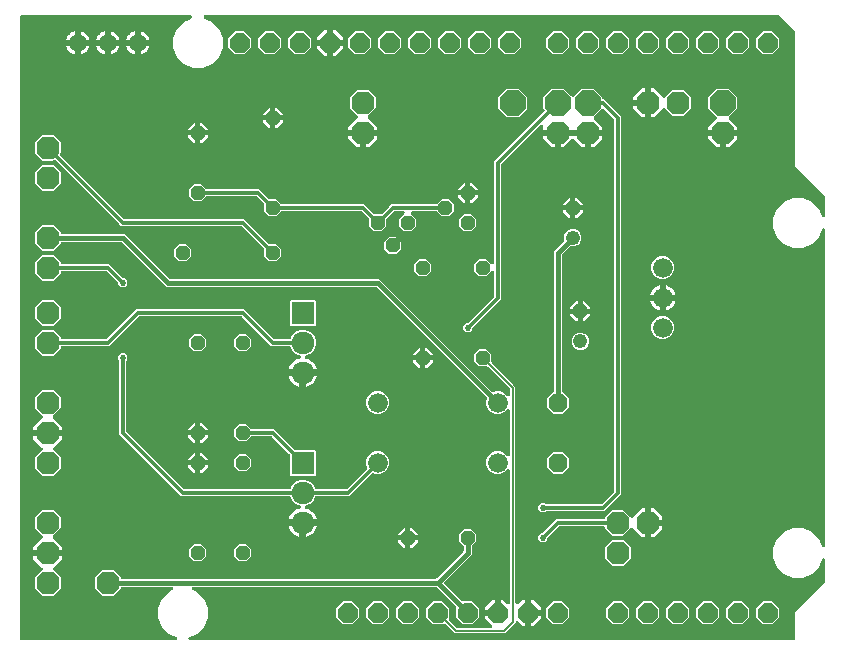
<source format=gbr>
G04 EAGLE Gerber RS-274X export*
G75*
%MOMM*%
%FSLAX34Y34*%
%LPD*%
%INBottom Copper*%
%IPPOS*%
%AMOC8*
5,1,8,0,0,1.08239X$1,22.5*%
G01*
%ADD10P,1.319650X8X22.500000*%
%ADD11P,1.319650X8X112.500000*%
%ADD12P,1.319650X8X292.500000*%
%ADD13P,1.814519X8X22.500000*%
%ADD14P,1.319650X8X202.500000*%
%ADD15C,1.219200*%
%ADD16C,1.676400*%
%ADD17P,2.336880X8X22.500000*%
%ADD18P,1.732040X8X22.500000*%
%ADD19R,1.920000X1.920000*%
%ADD20C,1.920000*%
%ADD21P,2.089446X8X22.500000*%
%ADD22C,1.524000*%
%ADD23C,0.304800*%
%ADD24C,0.406400*%
%ADD25C,0.203200*%
%ADD26C,0.525000*%

G36*
X-679386Y14738D02*
X-679386Y14738D01*
X-679336Y14736D01*
X-679213Y14758D01*
X-679090Y14773D01*
X-679043Y14790D01*
X-678993Y14799D01*
X-678879Y14848D01*
X-678762Y14890D01*
X-678719Y14917D01*
X-678673Y14937D01*
X-678573Y15012D01*
X-678469Y15079D01*
X-678434Y15115D01*
X-678394Y15145D01*
X-678313Y15240D01*
X-678227Y15330D01*
X-678201Y15373D01*
X-678168Y15411D01*
X-678112Y15522D01*
X-678048Y15629D01*
X-678033Y15677D01*
X-678010Y15722D01*
X-677980Y15842D01*
X-677942Y15961D01*
X-677938Y16011D01*
X-677926Y16060D01*
X-677924Y16184D01*
X-677914Y16308D01*
X-677921Y16358D01*
X-677920Y16408D01*
X-677947Y16530D01*
X-677965Y16653D01*
X-677984Y16700D01*
X-677995Y16749D01*
X-678048Y16861D01*
X-678094Y16977D01*
X-678123Y17018D01*
X-678145Y17064D01*
X-678222Y17161D01*
X-678293Y17263D01*
X-678330Y17297D01*
X-678362Y17336D01*
X-678460Y17413D01*
X-678552Y17496D01*
X-678596Y17521D01*
X-678635Y17552D01*
X-678853Y17663D01*
X-685042Y20227D01*
X-690973Y26158D01*
X-694183Y33906D01*
X-694183Y42294D01*
X-690973Y50042D01*
X-685042Y55973D01*
X-681919Y57267D01*
X-681875Y57291D01*
X-681828Y57308D01*
X-681723Y57376D01*
X-681615Y57436D01*
X-681577Y57470D01*
X-681535Y57497D01*
X-681449Y57587D01*
X-681356Y57670D01*
X-681328Y57712D01*
X-681293Y57748D01*
X-681229Y57855D01*
X-681158Y57957D01*
X-681140Y58004D01*
X-681114Y58047D01*
X-681076Y58165D01*
X-681030Y58281D01*
X-681023Y58331D01*
X-681008Y58379D01*
X-680998Y58502D01*
X-680980Y58626D01*
X-680984Y58676D01*
X-680980Y58726D01*
X-680998Y58849D01*
X-681009Y58973D01*
X-681024Y59021D01*
X-681031Y59071D01*
X-681077Y59186D01*
X-681116Y59305D01*
X-681142Y59348D01*
X-681160Y59395D01*
X-681231Y59497D01*
X-681295Y59603D01*
X-681330Y59640D01*
X-681359Y59681D01*
X-681451Y59764D01*
X-681538Y59853D01*
X-681581Y59881D01*
X-681618Y59914D01*
X-681727Y59974D01*
X-681831Y60042D01*
X-681879Y60059D01*
X-681923Y60083D01*
X-682043Y60117D01*
X-682160Y60158D01*
X-682210Y60164D01*
X-682258Y60178D01*
X-682502Y60197D01*
X-724154Y60197D01*
X-724180Y60194D01*
X-724206Y60196D01*
X-724353Y60174D01*
X-724500Y60157D01*
X-724525Y60149D01*
X-724551Y60145D01*
X-724689Y60090D01*
X-724828Y60040D01*
X-724850Y60026D01*
X-724875Y60016D01*
X-724996Y59931D01*
X-725121Y59851D01*
X-725139Y59832D01*
X-725161Y59817D01*
X-725260Y59707D01*
X-725363Y59600D01*
X-725377Y59578D01*
X-725394Y59558D01*
X-725466Y59428D01*
X-725542Y59301D01*
X-725550Y59276D01*
X-725563Y59253D01*
X-725603Y59110D01*
X-725632Y59021D01*
X-732076Y52577D01*
X-741124Y52577D01*
X-747523Y58976D01*
X-747523Y68024D01*
X-741124Y74423D01*
X-732076Y74423D01*
X-725638Y67985D01*
X-725637Y67980D01*
X-725629Y67955D01*
X-725625Y67929D01*
X-725570Y67791D01*
X-725520Y67652D01*
X-725506Y67630D01*
X-725496Y67605D01*
X-725411Y67484D01*
X-725331Y67359D01*
X-725312Y67341D01*
X-725297Y67319D01*
X-725187Y67220D01*
X-725080Y67117D01*
X-725058Y67103D01*
X-725038Y67086D01*
X-724908Y67014D01*
X-724781Y66938D01*
X-724756Y66930D01*
X-724733Y66917D01*
X-724590Y66877D01*
X-724449Y66832D01*
X-724423Y66830D01*
X-724398Y66822D01*
X-724154Y66803D01*
X-459199Y66803D01*
X-459073Y66817D01*
X-458947Y66824D01*
X-458901Y66837D01*
X-458853Y66843D01*
X-458734Y66885D01*
X-458612Y66920D01*
X-458570Y66944D01*
X-458525Y66960D01*
X-458418Y67029D01*
X-458308Y67090D01*
X-458262Y67130D01*
X-458232Y67149D01*
X-458198Y67184D01*
X-458122Y67249D01*
X-435549Y89822D01*
X-435486Y89901D01*
X-435420Y89969D01*
X-435408Y89990D01*
X-435386Y90015D01*
X-435362Y90057D01*
X-435332Y90095D01*
X-435284Y90198D01*
X-435242Y90268D01*
X-435236Y90286D01*
X-435217Y90320D01*
X-435204Y90366D01*
X-435183Y90410D01*
X-435157Y90532D01*
X-435135Y90600D01*
X-435134Y90613D01*
X-435122Y90655D01*
X-435117Y90716D01*
X-435110Y90751D01*
X-435111Y90799D01*
X-435103Y90899D01*
X-435103Y93854D01*
X-435117Y93979D01*
X-435124Y94105D01*
X-435137Y94152D01*
X-435143Y94200D01*
X-435185Y94319D01*
X-435220Y94440D01*
X-435244Y94483D01*
X-435260Y94528D01*
X-435329Y94634D01*
X-435390Y94745D01*
X-435430Y94791D01*
X-435449Y94821D01*
X-435484Y94854D01*
X-435549Y94931D01*
X-439167Y98549D01*
X-439167Y104651D01*
X-434851Y108967D01*
X-428749Y108967D01*
X-424433Y104651D01*
X-424433Y98549D01*
X-428051Y94931D01*
X-428130Y94832D01*
X-428214Y94738D01*
X-428238Y94696D01*
X-428268Y94658D01*
X-428322Y94544D01*
X-428383Y94433D01*
X-428396Y94386D01*
X-428417Y94343D01*
X-428443Y94219D01*
X-428478Y94097D01*
X-428483Y94037D01*
X-428490Y94002D01*
X-428489Y93954D01*
X-428497Y93854D01*
X-428497Y87532D01*
X-451452Y64577D01*
X-451468Y64557D01*
X-451488Y64540D01*
X-451577Y64420D01*
X-451669Y64304D01*
X-451680Y64280D01*
X-451696Y64259D01*
X-451754Y64123D01*
X-451818Y63989D01*
X-451823Y63963D01*
X-451834Y63939D01*
X-451860Y63793D01*
X-451891Y63648D01*
X-451891Y63622D01*
X-451895Y63596D01*
X-451888Y63448D01*
X-451885Y63300D01*
X-451879Y63274D01*
X-451877Y63248D01*
X-451836Y63106D01*
X-451800Y62962D01*
X-451788Y62938D01*
X-451781Y62913D01*
X-451708Y62784D01*
X-451640Y62652D01*
X-451623Y62632D01*
X-451611Y62609D01*
X-451507Y62487D01*
X-451495Y62470D01*
X-451483Y62459D01*
X-451452Y62423D01*
X-437228Y48199D01*
X-437129Y48120D01*
X-437035Y48036D01*
X-436993Y48012D01*
X-436955Y47982D01*
X-436841Y47928D01*
X-436730Y47867D01*
X-436684Y47854D01*
X-436640Y47833D01*
X-436517Y47807D01*
X-436395Y47772D01*
X-436334Y47767D01*
X-436299Y47760D01*
X-436251Y47761D01*
X-436151Y47753D01*
X-427802Y47753D01*
X-422147Y42098D01*
X-422147Y34102D01*
X-427802Y28447D01*
X-435798Y28447D01*
X-441453Y34102D01*
X-441453Y42451D01*
X-441467Y42577D01*
X-441474Y42703D01*
X-441487Y42749D01*
X-441493Y42797D01*
X-441535Y42916D01*
X-441570Y43038D01*
X-441594Y43080D01*
X-441610Y43125D01*
X-441679Y43232D01*
X-441740Y43342D01*
X-441780Y43388D01*
X-441799Y43418D01*
X-441834Y43452D01*
X-441899Y43528D01*
X-458122Y59751D01*
X-458221Y59830D01*
X-458315Y59914D01*
X-458357Y59938D01*
X-458395Y59968D01*
X-458509Y60022D01*
X-458620Y60083D01*
X-458666Y60096D01*
X-458710Y60117D01*
X-458833Y60143D01*
X-458955Y60178D01*
X-459016Y60183D01*
X-459051Y60190D01*
X-459099Y60189D01*
X-459199Y60197D01*
X-663698Y60197D01*
X-663748Y60192D01*
X-663798Y60194D01*
X-663921Y60172D01*
X-664044Y60157D01*
X-664091Y60140D01*
X-664141Y60131D01*
X-664255Y60082D01*
X-664372Y60040D01*
X-664414Y60013D01*
X-664461Y59993D01*
X-664561Y59918D01*
X-664665Y59851D01*
X-664700Y59815D01*
X-664740Y59785D01*
X-664821Y59690D01*
X-664907Y59600D01*
X-664933Y59557D01*
X-664966Y59519D01*
X-665022Y59408D01*
X-665086Y59301D01*
X-665101Y59253D01*
X-665124Y59208D01*
X-665154Y59088D01*
X-665192Y58969D01*
X-665196Y58919D01*
X-665208Y58870D01*
X-665210Y58746D01*
X-665220Y58622D01*
X-665213Y58572D01*
X-665213Y58522D01*
X-665187Y58400D01*
X-665169Y58277D01*
X-665150Y58230D01*
X-665139Y58181D01*
X-665086Y58069D01*
X-665040Y57953D01*
X-665011Y57912D01*
X-664989Y57866D01*
X-664912Y57769D01*
X-664841Y57667D01*
X-664804Y57633D01*
X-664772Y57594D01*
X-664674Y57517D01*
X-664582Y57434D01*
X-664538Y57409D01*
X-664498Y57378D01*
X-664281Y57267D01*
X-661158Y55973D01*
X-655227Y50042D01*
X-652017Y42294D01*
X-652017Y33906D01*
X-655227Y26158D01*
X-661158Y20227D01*
X-667347Y17663D01*
X-667391Y17639D01*
X-667438Y17622D01*
X-667543Y17554D01*
X-667651Y17494D01*
X-667689Y17460D01*
X-667731Y17433D01*
X-667817Y17343D01*
X-667910Y17260D01*
X-667938Y17218D01*
X-667973Y17182D01*
X-668037Y17075D01*
X-668108Y16973D01*
X-668126Y16926D01*
X-668152Y16883D01*
X-668190Y16765D01*
X-668236Y16649D01*
X-668243Y16599D01*
X-668258Y16551D01*
X-668268Y16427D01*
X-668286Y16304D01*
X-668282Y16254D01*
X-668286Y16204D01*
X-668268Y16081D01*
X-668258Y15957D01*
X-668242Y15909D01*
X-668235Y15859D01*
X-668189Y15744D01*
X-668150Y15625D01*
X-668124Y15582D01*
X-668106Y15535D01*
X-668035Y15433D01*
X-667971Y15327D01*
X-667936Y15290D01*
X-667907Y15249D01*
X-667815Y15166D01*
X-667728Y15077D01*
X-667686Y15049D01*
X-667648Y15016D01*
X-667539Y14956D01*
X-667435Y14888D01*
X-667387Y14871D01*
X-667343Y14847D01*
X-667223Y14813D01*
X-667106Y14772D01*
X-667056Y14766D01*
X-667008Y14752D01*
X-666764Y14733D01*
X-155956Y14733D01*
X-155930Y14736D01*
X-155904Y14734D01*
X-155757Y14756D01*
X-155610Y14773D01*
X-155585Y14781D01*
X-155559Y14785D01*
X-155421Y14840D01*
X-155282Y14890D01*
X-155260Y14904D01*
X-155235Y14914D01*
X-155114Y14999D01*
X-154989Y15079D01*
X-154971Y15098D01*
X-154949Y15113D01*
X-154850Y15223D01*
X-154747Y15330D01*
X-154733Y15352D01*
X-154716Y15372D01*
X-154644Y15502D01*
X-154568Y15629D01*
X-154560Y15654D01*
X-154547Y15677D01*
X-154507Y15820D01*
X-154462Y15961D01*
X-154460Y15987D01*
X-154452Y16012D01*
X-154433Y16256D01*
X-154433Y38942D01*
X-129479Y63896D01*
X-129400Y63995D01*
X-129316Y64089D01*
X-129292Y64131D01*
X-129262Y64169D01*
X-129208Y64283D01*
X-129147Y64394D01*
X-129134Y64440D01*
X-129113Y64484D01*
X-129087Y64607D01*
X-129052Y64729D01*
X-129047Y64790D01*
X-129040Y64825D01*
X-129041Y64873D01*
X-129033Y64973D01*
X-129033Y82564D01*
X-129038Y82614D01*
X-129036Y82664D01*
X-129058Y82787D01*
X-129073Y82910D01*
X-129090Y82957D01*
X-129099Y83007D01*
X-129148Y83121D01*
X-129190Y83238D01*
X-129217Y83281D01*
X-129237Y83327D01*
X-129312Y83427D01*
X-129379Y83531D01*
X-129415Y83566D01*
X-129445Y83606D01*
X-129540Y83687D01*
X-129630Y83773D01*
X-129673Y83799D01*
X-129711Y83832D01*
X-129822Y83888D01*
X-129929Y83952D01*
X-129977Y83967D01*
X-130022Y83990D01*
X-130142Y84020D01*
X-130261Y84058D01*
X-130311Y84062D01*
X-130360Y84074D01*
X-130484Y84076D01*
X-130608Y84086D01*
X-130658Y84079D01*
X-130708Y84080D01*
X-130830Y84053D01*
X-130953Y84035D01*
X-131000Y84016D01*
X-131049Y84005D01*
X-131161Y83952D01*
X-131277Y83906D01*
X-131318Y83877D01*
X-131364Y83855D01*
X-131461Y83778D01*
X-131563Y83707D01*
X-131597Y83670D01*
X-131636Y83638D01*
X-131713Y83540D01*
X-131796Y83448D01*
X-131821Y83404D01*
X-131852Y83365D01*
X-131963Y83147D01*
X-134527Y76958D01*
X-140458Y71027D01*
X-148206Y67817D01*
X-156594Y67817D01*
X-164342Y71027D01*
X-170273Y76958D01*
X-173483Y84706D01*
X-173483Y93094D01*
X-170273Y100842D01*
X-164342Y106773D01*
X-156594Y109983D01*
X-148206Y109983D01*
X-140458Y106773D01*
X-134527Y100842D01*
X-131963Y94653D01*
X-131939Y94609D01*
X-131922Y94562D01*
X-131854Y94457D01*
X-131794Y94349D01*
X-131760Y94311D01*
X-131733Y94269D01*
X-131643Y94183D01*
X-131560Y94090D01*
X-131518Y94062D01*
X-131482Y94027D01*
X-131375Y93963D01*
X-131273Y93892D01*
X-131226Y93874D01*
X-131183Y93848D01*
X-131065Y93810D01*
X-130949Y93764D01*
X-130899Y93757D01*
X-130851Y93742D01*
X-130727Y93732D01*
X-130604Y93714D01*
X-130554Y93718D01*
X-130504Y93714D01*
X-130381Y93732D01*
X-130257Y93742D01*
X-130209Y93758D01*
X-130159Y93765D01*
X-130044Y93811D01*
X-129925Y93850D01*
X-129882Y93876D01*
X-129835Y93894D01*
X-129733Y93965D01*
X-129627Y94029D01*
X-129590Y94064D01*
X-129549Y94093D01*
X-129466Y94185D01*
X-129377Y94272D01*
X-129349Y94314D01*
X-129316Y94352D01*
X-129256Y94461D01*
X-129188Y94565D01*
X-129171Y94613D01*
X-129147Y94657D01*
X-129113Y94777D01*
X-129072Y94894D01*
X-129066Y94944D01*
X-129052Y94992D01*
X-129033Y95236D01*
X-129033Y361964D01*
X-129038Y362014D01*
X-129036Y362064D01*
X-129058Y362187D01*
X-129073Y362310D01*
X-129090Y362357D01*
X-129099Y362407D01*
X-129148Y362521D01*
X-129190Y362638D01*
X-129217Y362681D01*
X-129237Y362727D01*
X-129312Y362827D01*
X-129379Y362931D01*
X-129415Y362966D01*
X-129445Y363006D01*
X-129540Y363087D01*
X-129630Y363173D01*
X-129673Y363199D01*
X-129711Y363232D01*
X-129822Y363288D01*
X-129929Y363352D01*
X-129977Y363367D01*
X-130022Y363390D01*
X-130142Y363420D01*
X-130261Y363458D01*
X-130311Y363462D01*
X-130360Y363474D01*
X-130484Y363476D01*
X-130608Y363486D01*
X-130658Y363479D01*
X-130708Y363480D01*
X-130830Y363453D01*
X-130953Y363435D01*
X-131000Y363416D01*
X-131049Y363405D01*
X-131161Y363352D01*
X-131277Y363306D01*
X-131318Y363277D01*
X-131364Y363255D01*
X-131461Y363178D01*
X-131563Y363107D01*
X-131597Y363070D01*
X-131636Y363038D01*
X-131713Y362940D01*
X-131796Y362848D01*
X-131821Y362804D01*
X-131852Y362765D01*
X-131963Y362547D01*
X-134527Y356358D01*
X-140458Y350427D01*
X-148206Y347217D01*
X-156594Y347217D01*
X-164342Y350427D01*
X-170273Y356358D01*
X-173483Y364106D01*
X-173483Y372494D01*
X-170273Y380242D01*
X-164342Y386173D01*
X-156594Y389383D01*
X-148206Y389383D01*
X-140458Y386173D01*
X-134527Y380242D01*
X-131963Y374053D01*
X-131939Y374009D01*
X-131922Y373962D01*
X-131854Y373857D01*
X-131794Y373749D01*
X-131760Y373711D01*
X-131733Y373669D01*
X-131643Y373583D01*
X-131560Y373490D01*
X-131518Y373462D01*
X-131482Y373427D01*
X-131375Y373363D01*
X-131273Y373292D01*
X-131226Y373274D01*
X-131183Y373248D01*
X-131065Y373210D01*
X-130949Y373164D01*
X-130899Y373157D01*
X-130851Y373142D01*
X-130727Y373132D01*
X-130604Y373114D01*
X-130554Y373118D01*
X-130504Y373114D01*
X-130381Y373132D01*
X-130257Y373142D01*
X-130209Y373158D01*
X-130159Y373165D01*
X-130044Y373211D01*
X-129925Y373250D01*
X-129882Y373276D01*
X-129835Y373294D01*
X-129733Y373365D01*
X-129627Y373429D01*
X-129590Y373464D01*
X-129549Y373493D01*
X-129466Y373585D01*
X-129377Y373672D01*
X-129349Y373714D01*
X-129316Y373752D01*
X-129256Y373861D01*
X-129188Y373965D01*
X-129171Y374013D01*
X-129147Y374057D01*
X-129113Y374177D01*
X-129072Y374294D01*
X-129066Y374344D01*
X-129052Y374392D01*
X-129033Y374636D01*
X-129033Y389687D01*
X-129047Y389813D01*
X-129054Y389939D01*
X-129067Y389985D01*
X-129073Y390033D01*
X-129115Y390152D01*
X-129150Y390274D01*
X-129174Y390316D01*
X-129190Y390361D01*
X-129259Y390468D01*
X-129320Y390578D01*
X-129360Y390624D01*
X-129379Y390654D01*
X-129414Y390688D01*
X-129479Y390764D01*
X-154433Y415718D01*
X-154433Y529387D01*
X-154447Y529513D01*
X-154454Y529639D01*
X-154467Y529685D01*
X-154473Y529733D01*
X-154515Y529852D01*
X-154550Y529974D01*
X-154574Y530016D01*
X-154590Y530061D01*
X-154659Y530168D01*
X-154720Y530278D01*
X-154760Y530324D01*
X-154779Y530354D01*
X-154814Y530388D01*
X-154879Y530464D01*
X-168036Y543621D01*
X-168135Y543700D01*
X-168229Y543784D01*
X-168271Y543808D01*
X-168309Y543838D01*
X-168423Y543892D01*
X-168534Y543953D01*
X-168580Y543966D01*
X-168624Y543987D01*
X-168747Y544013D01*
X-168869Y544048D01*
X-168930Y544053D01*
X-168965Y544060D01*
X-169013Y544059D01*
X-169113Y544067D01*
X-654064Y544067D01*
X-654114Y544062D01*
X-654164Y544064D01*
X-654287Y544042D01*
X-654410Y544027D01*
X-654457Y544010D01*
X-654507Y544001D01*
X-654621Y543952D01*
X-654738Y543910D01*
X-654781Y543883D01*
X-654827Y543863D01*
X-654927Y543788D01*
X-655031Y543721D01*
X-655066Y543685D01*
X-655106Y543655D01*
X-655187Y543560D01*
X-655273Y543470D01*
X-655299Y543427D01*
X-655332Y543389D01*
X-655388Y543278D01*
X-655452Y543171D01*
X-655467Y543123D01*
X-655490Y543078D01*
X-655520Y542958D01*
X-655558Y542839D01*
X-655562Y542789D01*
X-655574Y542740D01*
X-655576Y542616D01*
X-655586Y542492D01*
X-655579Y542442D01*
X-655580Y542392D01*
X-655553Y542270D01*
X-655535Y542147D01*
X-655516Y542100D01*
X-655505Y542051D01*
X-655452Y541939D01*
X-655406Y541823D01*
X-655377Y541782D01*
X-655355Y541736D01*
X-655278Y541639D01*
X-655207Y541537D01*
X-655170Y541503D01*
X-655138Y541464D01*
X-655040Y541387D01*
X-654948Y541304D01*
X-654904Y541279D01*
X-654865Y541248D01*
X-654647Y541137D01*
X-648458Y538573D01*
X-642527Y532642D01*
X-639317Y524894D01*
X-639317Y516506D01*
X-642527Y508758D01*
X-648458Y502827D01*
X-656206Y499617D01*
X-664594Y499617D01*
X-672342Y502827D01*
X-678273Y508758D01*
X-681483Y516506D01*
X-681483Y524894D01*
X-678273Y532642D01*
X-672342Y538573D01*
X-666153Y541137D01*
X-666109Y541161D01*
X-666062Y541178D01*
X-665957Y541246D01*
X-665849Y541306D01*
X-665811Y541340D01*
X-665769Y541367D01*
X-665683Y541457D01*
X-665590Y541540D01*
X-665562Y541582D01*
X-665527Y541618D01*
X-665463Y541725D01*
X-665392Y541827D01*
X-665374Y541874D01*
X-665348Y541917D01*
X-665310Y542035D01*
X-665264Y542151D01*
X-665257Y542201D01*
X-665242Y542249D01*
X-665232Y542373D01*
X-665214Y542496D01*
X-665218Y542546D01*
X-665214Y542596D01*
X-665232Y542719D01*
X-665242Y542843D01*
X-665258Y542891D01*
X-665265Y542941D01*
X-665311Y543056D01*
X-665350Y543175D01*
X-665376Y543218D01*
X-665394Y543265D01*
X-665465Y543367D01*
X-665529Y543473D01*
X-665564Y543510D01*
X-665593Y543551D01*
X-665685Y543634D01*
X-665772Y543723D01*
X-665814Y543751D01*
X-665852Y543784D01*
X-665961Y543844D01*
X-666065Y543912D01*
X-666113Y543929D01*
X-666157Y543953D01*
X-666277Y543987D01*
X-666394Y544028D01*
X-666444Y544034D01*
X-666492Y544048D01*
X-666736Y544067D01*
X-809244Y544067D01*
X-809270Y544064D01*
X-809296Y544066D01*
X-809443Y544044D01*
X-809590Y544027D01*
X-809615Y544019D01*
X-809641Y544015D01*
X-809779Y543960D01*
X-809918Y543910D01*
X-809940Y543896D01*
X-809965Y543886D01*
X-810086Y543801D01*
X-810211Y543721D01*
X-810229Y543702D01*
X-810251Y543687D01*
X-810350Y543577D01*
X-810453Y543470D01*
X-810467Y543448D01*
X-810484Y543428D01*
X-810556Y543298D01*
X-810632Y543171D01*
X-810640Y543146D01*
X-810653Y543123D01*
X-810693Y542980D01*
X-810738Y542839D01*
X-810740Y542813D01*
X-810748Y542788D01*
X-810767Y542544D01*
X-810767Y16256D01*
X-810764Y16230D01*
X-810766Y16204D01*
X-810744Y16057D01*
X-810727Y15910D01*
X-810719Y15885D01*
X-810715Y15859D01*
X-810660Y15721D01*
X-810610Y15582D01*
X-810596Y15560D01*
X-810586Y15535D01*
X-810501Y15414D01*
X-810421Y15289D01*
X-810402Y15271D01*
X-810387Y15249D01*
X-810277Y15150D01*
X-810170Y15047D01*
X-810148Y15033D01*
X-810128Y15016D01*
X-809998Y14944D01*
X-809871Y14868D01*
X-809846Y14860D01*
X-809823Y14847D01*
X-809680Y14807D01*
X-809539Y14762D01*
X-809513Y14760D01*
X-809488Y14752D01*
X-809244Y14733D01*
X-679436Y14733D01*
X-679386Y14738D01*
G37*
%LPC*%
G36*
X-442907Y20573D02*
X-442907Y20573D01*
X-444693Y22359D01*
X-450914Y28580D01*
X-450935Y28597D01*
X-450952Y28617D01*
X-451071Y28705D01*
X-451187Y28797D01*
X-451211Y28808D01*
X-451232Y28824D01*
X-451368Y28883D01*
X-451502Y28946D01*
X-451528Y28951D01*
X-451552Y28962D01*
X-451698Y28988D01*
X-451843Y29019D01*
X-451869Y29019D01*
X-451895Y29024D01*
X-452044Y29016D01*
X-452192Y29013D01*
X-452217Y29007D01*
X-452243Y29006D01*
X-452386Y28965D01*
X-452530Y28928D01*
X-452553Y28916D01*
X-452578Y28909D01*
X-452707Y28837D01*
X-452839Y28769D01*
X-452859Y28752D01*
X-452882Y28739D01*
X-453069Y28580D01*
X-453202Y28447D01*
X-461198Y28447D01*
X-466853Y34102D01*
X-466853Y42098D01*
X-461198Y47753D01*
X-453202Y47753D01*
X-447547Y42098D01*
X-447547Y34102D01*
X-447680Y33969D01*
X-447697Y33948D01*
X-447717Y33931D01*
X-447805Y33812D01*
X-447897Y33696D01*
X-447908Y33672D01*
X-447924Y33651D01*
X-447983Y33515D01*
X-448046Y33380D01*
X-448051Y33355D01*
X-448062Y33331D01*
X-448088Y33184D01*
X-448119Y33040D01*
X-448119Y33014D01*
X-448124Y32988D01*
X-448116Y32839D01*
X-448113Y32691D01*
X-448107Y32666D01*
X-448106Y32640D01*
X-448065Y32497D01*
X-448028Y32353D01*
X-448016Y32330D01*
X-448009Y32305D01*
X-447937Y32175D01*
X-447869Y32043D01*
X-447852Y32023D01*
X-447839Y32001D01*
X-447680Y31814D01*
X-441459Y25593D01*
X-441360Y25514D01*
X-441266Y25430D01*
X-441224Y25406D01*
X-441186Y25376D01*
X-441072Y25322D01*
X-440961Y25261D01*
X-440914Y25248D01*
X-440871Y25227D01*
X-440747Y25201D01*
X-440626Y25166D01*
X-440565Y25161D01*
X-440530Y25154D01*
X-440482Y25155D01*
X-440382Y25147D01*
X-412571Y25147D01*
X-412471Y25158D01*
X-412371Y25160D01*
X-412299Y25178D01*
X-412225Y25187D01*
X-412131Y25220D01*
X-412033Y25245D01*
X-411967Y25279D01*
X-411897Y25304D01*
X-411813Y25359D01*
X-411723Y25405D01*
X-411667Y25453D01*
X-411604Y25493D01*
X-411534Y25565D01*
X-411458Y25630D01*
X-411414Y25690D01*
X-411362Y25744D01*
X-411310Y25830D01*
X-411251Y25911D01*
X-411221Y25979D01*
X-411183Y26043D01*
X-411152Y26139D01*
X-411113Y26231D01*
X-411100Y26304D01*
X-411077Y26375D01*
X-411069Y26475D01*
X-411051Y26574D01*
X-411055Y26648D01*
X-411049Y26722D01*
X-411064Y26822D01*
X-411069Y26922D01*
X-411090Y26993D01*
X-411101Y27067D01*
X-411138Y27160D01*
X-411165Y27257D01*
X-411202Y27322D01*
X-411229Y27391D01*
X-411287Y27473D01*
X-411336Y27561D01*
X-411401Y27637D01*
X-411428Y27677D01*
X-411455Y27701D01*
X-411494Y27747D01*
X-417323Y33576D01*
X-417323Y35601D01*
X-407376Y35601D01*
X-407350Y35604D01*
X-407324Y35602D01*
X-407177Y35624D01*
X-407030Y35641D01*
X-407005Y35649D01*
X-406979Y35653D01*
X-406842Y35708D01*
X-406702Y35758D01*
X-406680Y35772D01*
X-406655Y35782D01*
X-406534Y35867D01*
X-406409Y35947D01*
X-406391Y35966D01*
X-406369Y35981D01*
X-406270Y36091D01*
X-406167Y36198D01*
X-406153Y36220D01*
X-406136Y36240D01*
X-406064Y36370D01*
X-405988Y36497D01*
X-405980Y36522D01*
X-405967Y36545D01*
X-405927Y36688D01*
X-405882Y36829D01*
X-405880Y36855D01*
X-405873Y36880D01*
X-405853Y37124D01*
X-405853Y37553D01*
X-405424Y37553D01*
X-405398Y37556D01*
X-405372Y37554D01*
X-405225Y37576D01*
X-405078Y37593D01*
X-405053Y37602D01*
X-405027Y37606D01*
X-404889Y37660D01*
X-404750Y37710D01*
X-404728Y37725D01*
X-404703Y37734D01*
X-404582Y37819D01*
X-404457Y37899D01*
X-404439Y37918D01*
X-404417Y37933D01*
X-404318Y38043D01*
X-404215Y38150D01*
X-404201Y38173D01*
X-404184Y38192D01*
X-404112Y38322D01*
X-404036Y38449D01*
X-404028Y38474D01*
X-404015Y38497D01*
X-403975Y38640D01*
X-403930Y38781D01*
X-403927Y38807D01*
X-403920Y38832D01*
X-403901Y39076D01*
X-403901Y49023D01*
X-401876Y49023D01*
X-398587Y45734D01*
X-398509Y45672D01*
X-398436Y45602D01*
X-398372Y45564D01*
X-398314Y45518D01*
X-398223Y45475D01*
X-398137Y45423D01*
X-398066Y45400D01*
X-397999Y45369D01*
X-397901Y45347D01*
X-397805Y45317D01*
X-397731Y45311D01*
X-397658Y45295D01*
X-397558Y45297D01*
X-397458Y45289D01*
X-397384Y45300D01*
X-397310Y45301D01*
X-397213Y45326D01*
X-397113Y45341D01*
X-397044Y45368D01*
X-396972Y45386D01*
X-396882Y45432D01*
X-396789Y45469D01*
X-396728Y45512D01*
X-396662Y45546D01*
X-396586Y45611D01*
X-396503Y45668D01*
X-396453Y45723D01*
X-396397Y45772D01*
X-396337Y45852D01*
X-396270Y45927D01*
X-396234Y45992D01*
X-396189Y46052D01*
X-396150Y46144D01*
X-396101Y46232D01*
X-396081Y46304D01*
X-396051Y46372D01*
X-396034Y46471D01*
X-396006Y46567D01*
X-395998Y46667D01*
X-395990Y46715D01*
X-395992Y46751D01*
X-395987Y46811D01*
X-395987Y158185D01*
X-395998Y158285D01*
X-396000Y158385D01*
X-396018Y158457D01*
X-396027Y158531D01*
X-396060Y158625D01*
X-396085Y158723D01*
X-396119Y158789D01*
X-396144Y158859D01*
X-396199Y158943D01*
X-396245Y159033D01*
X-396293Y159089D01*
X-396333Y159152D01*
X-396405Y159222D01*
X-396470Y159298D01*
X-396530Y159342D01*
X-396584Y159394D01*
X-396670Y159446D01*
X-396751Y159505D01*
X-396819Y159535D01*
X-396883Y159573D01*
X-396979Y159604D01*
X-397071Y159643D01*
X-397144Y159656D01*
X-397215Y159679D01*
X-397315Y159687D01*
X-397414Y159705D01*
X-397488Y159701D01*
X-397562Y159707D01*
X-397662Y159692D01*
X-397762Y159687D01*
X-397833Y159666D01*
X-397907Y159655D01*
X-398000Y159618D01*
X-398097Y159591D01*
X-398162Y159554D01*
X-398231Y159527D01*
X-398313Y159469D01*
X-398401Y159420D01*
X-398477Y159355D01*
X-398517Y159328D01*
X-398541Y159301D01*
X-398587Y159262D01*
X-400932Y156917D01*
X-404480Y155447D01*
X-408320Y155447D01*
X-411868Y156917D01*
X-414583Y159632D01*
X-416053Y163180D01*
X-416053Y167020D01*
X-414583Y170568D01*
X-411868Y173283D01*
X-408320Y174753D01*
X-404480Y174753D01*
X-400932Y173283D01*
X-398587Y170938D01*
X-398509Y170876D01*
X-398436Y170806D01*
X-398372Y170768D01*
X-398314Y170721D01*
X-398223Y170679D01*
X-398137Y170627D01*
X-398066Y170604D01*
X-397999Y170573D01*
X-397901Y170551D01*
X-397805Y170521D01*
X-397731Y170515D01*
X-397658Y170499D01*
X-397558Y170501D01*
X-397458Y170493D01*
X-397384Y170504D01*
X-397310Y170505D01*
X-397213Y170530D01*
X-397113Y170545D01*
X-397044Y170572D01*
X-396972Y170590D01*
X-396883Y170636D01*
X-396789Y170673D01*
X-396728Y170716D01*
X-396662Y170750D01*
X-396586Y170815D01*
X-396503Y170872D01*
X-396453Y170927D01*
X-396397Y170976D01*
X-396337Y171056D01*
X-396270Y171131D01*
X-396234Y171196D01*
X-396189Y171256D01*
X-396150Y171348D01*
X-396101Y171436D01*
X-396081Y171508D01*
X-396051Y171576D01*
X-396034Y171675D01*
X-396006Y171771D01*
X-395998Y171871D01*
X-395990Y171919D01*
X-395992Y171955D01*
X-395987Y172015D01*
X-395987Y208985D01*
X-395998Y209085D01*
X-396000Y209185D01*
X-396018Y209257D01*
X-396027Y209331D01*
X-396060Y209425D01*
X-396085Y209523D01*
X-396119Y209589D01*
X-396144Y209659D01*
X-396199Y209743D01*
X-396245Y209833D01*
X-396293Y209889D01*
X-396333Y209952D01*
X-396405Y210022D01*
X-396470Y210098D01*
X-396530Y210142D01*
X-396584Y210194D01*
X-396670Y210246D01*
X-396751Y210305D01*
X-396819Y210335D01*
X-396883Y210373D01*
X-396979Y210404D01*
X-397071Y210443D01*
X-397144Y210456D01*
X-397215Y210479D01*
X-397315Y210487D01*
X-397414Y210505D01*
X-397488Y210501D01*
X-397562Y210507D01*
X-397662Y210492D01*
X-397762Y210487D01*
X-397833Y210466D01*
X-397907Y210455D01*
X-398000Y210418D01*
X-398097Y210391D01*
X-398162Y210354D01*
X-398231Y210327D01*
X-398313Y210269D01*
X-398401Y210220D01*
X-398477Y210155D01*
X-398517Y210128D01*
X-398541Y210101D01*
X-398587Y210062D01*
X-400932Y207717D01*
X-404480Y206247D01*
X-408320Y206247D01*
X-411868Y207717D01*
X-414583Y210432D01*
X-416053Y213980D01*
X-416053Y217820D01*
X-415545Y219045D01*
X-415524Y219119D01*
X-415494Y219189D01*
X-415477Y219285D01*
X-415450Y219380D01*
X-415446Y219456D01*
X-415432Y219532D01*
X-415438Y219630D01*
X-415433Y219728D01*
X-415446Y219803D01*
X-415450Y219880D01*
X-415478Y219974D01*
X-415495Y220071D01*
X-415526Y220141D01*
X-415547Y220214D01*
X-415595Y220300D01*
X-415634Y220391D01*
X-415680Y220452D01*
X-415717Y220519D01*
X-415814Y220632D01*
X-415842Y220670D01*
X-415857Y220683D01*
X-415876Y220705D01*
X-508922Y313751D01*
X-509021Y313830D01*
X-509115Y313914D01*
X-509157Y313938D01*
X-509195Y313968D01*
X-509309Y314022D01*
X-509420Y314083D01*
X-509466Y314096D01*
X-509510Y314117D01*
X-509633Y314143D01*
X-509755Y314178D01*
X-509816Y314183D01*
X-509851Y314190D01*
X-509899Y314189D01*
X-509999Y314197D01*
X-687168Y314197D01*
X-724822Y351851D01*
X-724921Y351930D01*
X-725015Y352014D01*
X-725057Y352038D01*
X-725095Y352068D01*
X-725209Y352122D01*
X-725320Y352183D01*
X-725366Y352196D01*
X-725410Y352217D01*
X-725533Y352243D01*
X-725655Y352278D01*
X-725716Y352283D01*
X-725751Y352290D01*
X-725799Y352289D01*
X-725899Y352297D01*
X-774954Y352297D01*
X-774980Y352294D01*
X-775006Y352296D01*
X-775153Y352274D01*
X-775300Y352257D01*
X-775325Y352249D01*
X-775351Y352245D01*
X-775489Y352190D01*
X-775628Y352140D01*
X-775650Y352126D01*
X-775675Y352116D01*
X-775796Y352031D01*
X-775921Y351951D01*
X-775939Y351932D01*
X-775961Y351917D01*
X-776060Y351807D01*
X-776163Y351700D01*
X-776177Y351678D01*
X-776194Y351658D01*
X-776266Y351528D01*
X-776342Y351401D01*
X-776350Y351376D01*
X-776363Y351353D01*
X-776403Y351210D01*
X-776432Y351121D01*
X-782876Y344677D01*
X-791924Y344677D01*
X-798323Y351076D01*
X-798323Y360124D01*
X-791924Y366523D01*
X-782876Y366523D01*
X-776438Y360085D01*
X-776437Y360080D01*
X-776429Y360055D01*
X-776425Y360029D01*
X-776370Y359891D01*
X-776320Y359752D01*
X-776306Y359730D01*
X-776296Y359705D01*
X-776211Y359584D01*
X-776131Y359459D01*
X-776112Y359441D01*
X-776097Y359419D01*
X-775987Y359320D01*
X-775880Y359217D01*
X-775858Y359203D01*
X-775838Y359186D01*
X-775708Y359114D01*
X-775581Y359038D01*
X-775556Y359030D01*
X-775533Y359017D01*
X-775390Y358977D01*
X-775249Y358932D01*
X-775223Y358930D01*
X-775198Y358922D01*
X-774954Y358903D01*
X-722532Y358903D01*
X-684878Y321249D01*
X-684779Y321170D01*
X-684685Y321086D01*
X-684643Y321062D01*
X-684605Y321032D01*
X-684491Y320978D01*
X-684380Y320917D01*
X-684334Y320904D01*
X-684290Y320883D01*
X-684167Y320857D01*
X-684045Y320822D01*
X-683984Y320817D01*
X-683949Y320810D01*
X-683901Y320811D01*
X-683801Y320803D01*
X-506632Y320803D01*
X-504251Y318422D01*
X-411205Y225376D01*
X-411145Y225328D01*
X-411092Y225273D01*
X-411045Y225243D01*
X-411024Y225224D01*
X-410992Y225206D01*
X-410932Y225159D01*
X-410863Y225126D01*
X-410798Y225085D01*
X-410724Y225059D01*
X-410719Y225056D01*
X-410705Y225052D01*
X-410617Y225010D01*
X-410542Y224994D01*
X-410470Y224968D01*
X-410372Y224957D01*
X-410276Y224937D01*
X-410200Y224938D01*
X-410124Y224929D01*
X-410026Y224941D01*
X-409928Y224943D01*
X-409853Y224961D01*
X-409778Y224970D01*
X-409635Y225016D01*
X-409590Y225028D01*
X-409573Y225036D01*
X-409545Y225045D01*
X-408320Y225553D01*
X-404480Y225553D01*
X-400932Y224083D01*
X-398587Y221738D01*
X-398509Y221676D01*
X-398436Y221606D01*
X-398372Y221568D01*
X-398314Y221521D01*
X-398223Y221479D01*
X-398137Y221427D01*
X-398066Y221404D01*
X-397999Y221373D01*
X-397901Y221351D01*
X-397805Y221321D01*
X-397731Y221315D01*
X-397658Y221299D01*
X-397558Y221301D01*
X-397458Y221293D01*
X-397384Y221304D01*
X-397310Y221305D01*
X-397213Y221330D01*
X-397113Y221345D01*
X-397044Y221372D01*
X-396972Y221390D01*
X-396883Y221436D01*
X-396789Y221473D01*
X-396728Y221516D01*
X-396662Y221550D01*
X-396586Y221615D01*
X-396503Y221672D01*
X-396453Y221727D01*
X-396397Y221776D01*
X-396337Y221856D01*
X-396270Y221931D01*
X-396234Y221996D01*
X-396189Y222056D01*
X-396150Y222148D01*
X-396101Y222236D01*
X-396081Y222308D01*
X-396051Y222376D01*
X-396034Y222475D01*
X-396006Y222571D01*
X-395998Y222671D01*
X-395990Y222719D01*
X-395992Y222755D01*
X-395987Y222815D01*
X-395987Y227022D01*
X-396001Y227147D01*
X-396008Y227274D01*
X-396021Y227320D01*
X-396027Y227368D01*
X-396069Y227487D01*
X-396104Y227608D01*
X-396128Y227651D01*
X-396144Y227696D01*
X-396213Y227803D01*
X-396274Y227913D01*
X-396314Y227959D01*
X-396333Y227989D01*
X-396368Y228023D01*
X-396433Y228099D01*
X-414521Y246187D01*
X-414620Y246266D01*
X-414714Y246350D01*
X-414756Y246374D01*
X-414794Y246404D01*
X-414908Y246458D01*
X-415019Y246519D01*
X-415065Y246532D01*
X-415109Y246553D01*
X-415233Y246579D01*
X-415354Y246614D01*
X-415415Y246619D01*
X-415450Y246626D01*
X-415498Y246625D01*
X-415598Y246633D01*
X-422151Y246633D01*
X-426467Y250949D01*
X-426467Y257051D01*
X-422151Y261367D01*
X-416049Y261367D01*
X-411733Y257051D01*
X-411733Y250498D01*
X-411719Y250373D01*
X-411712Y250246D01*
X-411699Y250200D01*
X-411693Y250152D01*
X-411651Y250033D01*
X-411616Y249911D01*
X-411592Y249869D01*
X-411576Y249824D01*
X-411507Y249718D01*
X-411446Y249607D01*
X-411406Y249561D01*
X-411387Y249531D01*
X-411352Y249497D01*
X-411287Y249421D01*
X-393199Y231333D01*
X-391413Y229547D01*
X-391413Y46811D01*
X-391402Y46711D01*
X-391400Y46611D01*
X-391382Y46539D01*
X-391373Y46465D01*
X-391340Y46371D01*
X-391315Y46273D01*
X-391281Y46207D01*
X-391256Y46137D01*
X-391201Y46053D01*
X-391155Y45963D01*
X-391107Y45907D01*
X-391067Y45844D01*
X-390995Y45774D01*
X-390930Y45698D01*
X-390870Y45654D01*
X-390816Y45602D01*
X-390730Y45550D01*
X-390649Y45491D01*
X-390581Y45461D01*
X-390517Y45423D01*
X-390421Y45392D01*
X-390329Y45353D01*
X-390256Y45340D01*
X-390185Y45317D01*
X-390085Y45309D01*
X-389986Y45291D01*
X-389912Y45295D01*
X-389838Y45289D01*
X-389738Y45304D01*
X-389638Y45309D01*
X-389567Y45330D01*
X-389493Y45341D01*
X-389400Y45378D01*
X-389303Y45405D01*
X-389238Y45442D01*
X-389169Y45469D01*
X-389087Y45527D01*
X-388999Y45576D01*
X-388923Y45641D01*
X-388883Y45668D01*
X-388859Y45695D01*
X-388813Y45734D01*
X-385524Y49023D01*
X-383499Y49023D01*
X-383499Y39076D01*
X-383498Y39062D01*
X-383498Y39053D01*
X-383497Y39043D01*
X-383498Y39024D01*
X-383476Y38877D01*
X-383459Y38730D01*
X-383451Y38705D01*
X-383447Y38679D01*
X-383392Y38542D01*
X-383342Y38402D01*
X-383328Y38380D01*
X-383318Y38355D01*
X-383233Y38234D01*
X-383153Y38109D01*
X-383140Y38097D01*
X-383185Y38050D01*
X-383199Y38027D01*
X-383216Y38008D01*
X-383288Y37878D01*
X-383364Y37751D01*
X-383372Y37726D01*
X-383385Y37703D01*
X-383425Y37560D01*
X-383470Y37419D01*
X-383472Y37393D01*
X-383480Y37368D01*
X-383499Y37124D01*
X-383499Y27177D01*
X-385524Y27177D01*
X-388813Y30466D01*
X-388891Y30528D01*
X-388964Y30598D01*
X-389028Y30636D01*
X-389086Y30682D01*
X-389177Y30725D01*
X-389263Y30777D01*
X-389334Y30800D01*
X-389401Y30831D01*
X-389499Y30853D01*
X-389595Y30883D01*
X-389669Y30889D01*
X-389742Y30905D01*
X-389842Y30903D01*
X-389942Y30911D01*
X-390016Y30900D01*
X-390090Y30899D01*
X-390187Y30874D01*
X-390287Y30859D01*
X-390356Y30832D01*
X-390428Y30814D01*
X-390518Y30768D01*
X-390611Y30731D01*
X-390672Y30688D01*
X-390738Y30654D01*
X-390814Y30589D01*
X-390897Y30532D01*
X-390947Y30477D01*
X-391003Y30428D01*
X-391063Y30348D01*
X-391130Y30273D01*
X-391166Y30208D01*
X-391211Y30148D01*
X-391250Y30056D01*
X-391299Y29968D01*
X-391319Y29896D01*
X-391349Y29828D01*
X-391366Y29729D01*
X-391394Y29633D01*
X-391401Y29545D01*
X-400373Y20573D01*
X-442907Y20573D01*
G37*
%LPD*%
%LPC*%
G36*
X-369914Y123104D02*
X-369914Y123104D01*
X-372196Y125386D01*
X-372196Y128614D01*
X-369914Y130896D01*
X-366686Y130896D01*
X-366031Y130241D01*
X-365932Y130162D01*
X-365839Y130078D01*
X-365796Y130054D01*
X-365758Y130024D01*
X-365644Y129970D01*
X-365534Y129909D01*
X-365487Y129896D01*
X-365443Y129875D01*
X-365320Y129849D01*
X-365198Y129814D01*
X-365137Y129809D01*
X-365103Y129802D01*
X-365055Y129803D01*
X-364954Y129795D01*
X-319289Y129795D01*
X-319163Y129809D01*
X-319037Y129816D01*
X-318990Y129829D01*
X-318942Y129835D01*
X-318823Y129877D01*
X-318702Y129912D01*
X-318660Y129936D01*
X-318614Y129952D01*
X-318508Y130021D01*
X-318398Y130082D01*
X-318351Y130122D01*
X-318321Y130141D01*
X-318288Y130176D01*
X-318211Y130241D01*
X-308041Y140411D01*
X-307962Y140510D01*
X-307878Y140604D01*
X-307854Y140647D01*
X-307824Y140684D01*
X-307770Y140799D01*
X-307709Y140909D01*
X-307696Y140956D01*
X-307675Y141000D01*
X-307649Y141123D01*
X-307614Y141245D01*
X-307609Y141306D01*
X-307602Y141340D01*
X-307603Y141388D01*
X-307595Y141489D01*
X-307595Y455411D01*
X-307609Y455537D01*
X-307616Y455663D01*
X-307629Y455710D01*
X-307635Y455758D01*
X-307677Y455877D01*
X-307712Y455998D01*
X-307736Y456040D01*
X-307752Y456086D01*
X-307821Y456192D01*
X-307882Y456302D01*
X-307922Y456348D01*
X-307941Y456379D01*
X-307976Y456412D01*
X-308041Y456489D01*
X-316217Y464665D01*
X-316238Y464681D01*
X-316255Y464701D01*
X-316374Y464790D01*
X-316490Y464882D01*
X-316514Y464893D01*
X-316535Y464908D01*
X-316671Y464967D01*
X-316805Y465031D01*
X-316831Y465036D01*
X-316855Y465046D01*
X-317001Y465073D01*
X-317146Y465104D01*
X-317172Y465103D01*
X-317198Y465108D01*
X-317347Y465100D01*
X-317495Y465098D01*
X-317520Y465092D01*
X-317546Y465090D01*
X-317689Y465049D01*
X-317833Y465013D01*
X-317856Y465001D01*
X-317881Y464994D01*
X-318010Y464921D01*
X-318142Y464853D01*
X-318162Y464836D01*
X-318185Y464823D01*
X-318372Y464665D01*
X-324670Y458367D01*
X-324686Y458346D01*
X-324706Y458329D01*
X-324794Y458210D01*
X-324886Y458094D01*
X-324897Y458070D01*
X-324913Y458049D01*
X-324972Y457913D01*
X-325035Y457779D01*
X-325041Y457753D01*
X-325051Y457729D01*
X-325077Y457583D01*
X-325109Y457438D01*
X-325108Y457412D01*
X-325113Y457386D01*
X-325105Y457237D01*
X-325103Y457090D01*
X-325096Y457064D01*
X-325095Y457038D01*
X-325054Y456896D01*
X-325018Y456752D01*
X-325006Y456728D01*
X-324998Y456703D01*
X-324926Y456574D01*
X-324858Y456442D01*
X-324841Y456422D01*
X-324828Y456399D01*
X-324670Y456213D01*
X-318007Y449550D01*
X-318007Y447039D01*
X-329184Y447039D01*
X-329210Y447036D01*
X-329236Y447038D01*
X-329383Y447016D01*
X-329530Y446999D01*
X-329555Y446991D01*
X-329581Y446987D01*
X-329718Y446932D01*
X-329858Y446882D01*
X-329880Y446868D01*
X-329905Y446858D01*
X-330026Y446773D01*
X-330151Y446693D01*
X-330169Y446674D01*
X-330191Y446659D01*
X-330205Y446643D01*
X-330290Y446725D01*
X-330313Y446739D01*
X-330332Y446756D01*
X-330462Y446828D01*
X-330589Y446904D01*
X-330614Y446912D01*
X-330637Y446925D01*
X-330780Y446965D01*
X-330921Y447010D01*
X-330947Y447012D01*
X-330972Y447020D01*
X-331216Y447039D01*
X-354584Y447039D01*
X-354610Y447036D01*
X-354636Y447038D01*
X-354783Y447016D01*
X-354930Y446999D01*
X-354955Y446991D01*
X-354981Y446987D01*
X-355118Y446932D01*
X-355258Y446882D01*
X-355280Y446868D01*
X-355305Y446858D01*
X-355426Y446773D01*
X-355551Y446693D01*
X-355569Y446674D01*
X-355591Y446659D01*
X-355605Y446643D01*
X-355690Y446725D01*
X-355713Y446739D01*
X-355732Y446756D01*
X-355862Y446828D01*
X-355989Y446904D01*
X-356014Y446912D01*
X-356037Y446925D01*
X-356180Y446965D01*
X-356321Y447010D01*
X-356347Y447012D01*
X-356372Y447020D01*
X-356616Y447039D01*
X-367793Y447039D01*
X-367793Y450077D01*
X-367804Y450177D01*
X-367806Y450278D01*
X-367824Y450350D01*
X-367833Y450424D01*
X-367866Y450518D01*
X-367891Y450616D01*
X-367925Y450682D01*
X-367950Y450752D01*
X-368005Y450836D01*
X-368051Y450925D01*
X-368099Y450982D01*
X-368139Y451045D01*
X-368211Y451114D01*
X-368276Y451191D01*
X-368336Y451235D01*
X-368390Y451287D01*
X-368476Y451338D01*
X-368557Y451398D01*
X-368625Y451427D01*
X-368689Y451466D01*
X-368785Y451496D01*
X-368877Y451536D01*
X-368950Y451549D01*
X-369021Y451572D01*
X-369121Y451580D01*
X-369220Y451598D01*
X-369294Y451594D01*
X-369368Y451600D01*
X-369468Y451585D01*
X-369568Y451580D01*
X-369639Y451559D01*
X-369713Y451548D01*
X-369806Y451511D01*
X-369903Y451483D01*
X-369968Y451447D01*
X-370037Y451419D01*
X-370119Y451362D01*
X-370207Y451313D01*
X-370283Y451248D01*
X-370323Y451220D01*
X-370347Y451194D01*
X-370393Y451155D01*
X-403159Y418389D01*
X-403238Y418290D01*
X-403322Y418196D01*
X-403346Y418153D01*
X-403376Y418116D01*
X-403430Y418001D01*
X-403491Y417891D01*
X-403504Y417844D01*
X-403525Y417800D01*
X-403551Y417677D01*
X-403586Y417555D01*
X-403591Y417494D01*
X-403598Y417460D01*
X-403597Y417412D01*
X-403605Y417311D01*
X-403605Y303642D01*
X-427458Y279790D01*
X-427537Y279691D01*
X-427621Y279597D01*
X-427645Y279554D01*
X-427675Y279517D01*
X-427729Y279402D01*
X-427790Y279292D01*
X-427803Y279245D01*
X-427824Y279201D01*
X-427850Y279078D01*
X-427885Y278956D01*
X-427890Y278895D01*
X-427897Y278861D01*
X-427896Y278813D01*
X-427904Y278712D01*
X-427904Y277786D01*
X-430186Y275504D01*
X-433414Y275504D01*
X-435696Y277786D01*
X-435696Y281014D01*
X-433414Y283296D01*
X-432488Y283296D01*
X-432362Y283310D01*
X-432236Y283317D01*
X-432189Y283330D01*
X-432141Y283336D01*
X-432022Y283378D01*
X-431901Y283413D01*
X-431859Y283437D01*
X-431813Y283453D01*
X-431707Y283522D01*
X-431597Y283583D01*
X-431550Y283623D01*
X-431520Y283642D01*
X-431487Y283677D01*
X-431410Y283742D01*
X-409641Y305511D01*
X-409562Y305610D01*
X-409478Y305704D01*
X-409454Y305747D01*
X-409424Y305784D01*
X-409370Y305899D01*
X-409309Y306009D01*
X-409296Y306056D01*
X-409275Y306100D01*
X-409249Y306223D01*
X-409214Y306345D01*
X-409209Y306406D01*
X-409202Y306440D01*
X-409203Y306488D01*
X-409195Y306589D01*
X-409195Y326010D01*
X-409206Y326110D01*
X-409208Y326210D01*
X-409226Y326282D01*
X-409235Y326356D01*
X-409268Y326450D01*
X-409293Y326548D01*
X-409327Y326614D01*
X-409352Y326684D01*
X-409407Y326768D01*
X-409453Y326858D01*
X-409501Y326914D01*
X-409541Y326977D01*
X-409613Y327047D01*
X-409678Y327123D01*
X-409738Y327167D01*
X-409792Y327219D01*
X-409878Y327271D01*
X-409959Y327330D01*
X-410027Y327360D01*
X-410091Y327398D01*
X-410187Y327428D01*
X-410279Y327468D01*
X-410352Y327481D01*
X-410423Y327504D01*
X-410523Y327512D01*
X-410622Y327530D01*
X-410696Y327526D01*
X-410770Y327532D01*
X-410870Y327517D01*
X-410970Y327512D01*
X-411041Y327491D01*
X-411115Y327480D01*
X-411208Y327443D01*
X-411305Y327415D01*
X-411370Y327379D01*
X-411439Y327352D01*
X-411521Y327294D01*
X-411609Y327245D01*
X-411685Y327180D01*
X-411725Y327153D01*
X-411749Y327126D01*
X-411795Y327087D01*
X-416049Y322833D01*
X-422151Y322833D01*
X-426467Y327149D01*
X-426467Y333251D01*
X-422151Y337567D01*
X-416049Y337567D01*
X-411795Y333313D01*
X-411717Y333251D01*
X-411644Y333181D01*
X-411580Y333143D01*
X-411522Y333097D01*
X-411431Y333054D01*
X-411345Y333002D01*
X-411274Y332979D01*
X-411207Y332948D01*
X-411109Y332927D01*
X-411013Y332896D01*
X-410939Y332890D01*
X-410866Y332874D01*
X-410766Y332876D01*
X-410666Y332868D01*
X-410592Y332879D01*
X-410518Y332880D01*
X-410421Y332905D01*
X-410321Y332920D01*
X-410252Y332947D01*
X-410180Y332965D01*
X-410090Y333011D01*
X-409997Y333048D01*
X-409936Y333091D01*
X-409870Y333125D01*
X-409793Y333190D01*
X-409711Y333247D01*
X-409661Y333302D01*
X-409605Y333351D01*
X-409545Y333432D01*
X-409478Y333506D01*
X-409442Y333571D01*
X-409397Y333631D01*
X-409358Y333723D01*
X-409309Y333811D01*
X-409289Y333883D01*
X-409259Y333951D01*
X-409242Y334050D01*
X-409214Y334147D01*
X-409206Y334247D01*
X-409198Y334294D01*
X-409200Y334330D01*
X-409195Y334390D01*
X-409195Y420258D01*
X-367185Y462267D01*
X-367169Y462288D01*
X-367149Y462305D01*
X-367060Y462424D01*
X-366968Y462540D01*
X-366957Y462564D01*
X-366942Y462585D01*
X-366883Y462721D01*
X-366819Y462855D01*
X-366814Y462881D01*
X-366804Y462905D01*
X-366777Y463052D01*
X-366746Y463196D01*
X-366747Y463222D01*
X-366742Y463248D01*
X-366750Y463397D01*
X-366752Y463545D01*
X-366758Y463570D01*
X-366760Y463596D01*
X-366801Y463738D01*
X-366837Y463883D01*
X-366849Y463906D01*
X-366856Y463931D01*
X-366929Y464060D01*
X-366997Y464192D01*
X-367014Y464212D01*
X-367027Y464235D01*
X-367185Y464422D01*
X-367666Y464902D01*
X-367666Y474898D01*
X-360598Y481966D01*
X-350602Y481966D01*
X-343977Y475341D01*
X-343957Y475324D01*
X-343940Y475304D01*
X-343820Y475216D01*
X-343704Y475124D01*
X-343680Y475113D01*
X-343659Y475097D01*
X-343523Y475038D01*
X-343389Y474975D01*
X-343363Y474970D01*
X-343339Y474959D01*
X-343193Y474933D01*
X-343048Y474902D01*
X-343022Y474902D01*
X-342996Y474897D01*
X-342848Y474905D01*
X-342700Y474908D01*
X-342674Y474914D01*
X-342648Y474915D01*
X-342506Y474956D01*
X-342362Y474993D01*
X-342339Y475005D01*
X-342313Y475012D01*
X-342184Y475084D01*
X-342052Y475152D01*
X-342032Y475169D01*
X-342009Y475182D01*
X-341823Y475341D01*
X-335198Y481966D01*
X-325202Y481966D01*
X-318134Y474898D01*
X-318134Y474218D01*
X-318131Y474192D01*
X-318133Y474166D01*
X-318111Y474019D01*
X-318094Y473872D01*
X-318086Y473847D01*
X-318082Y473821D01*
X-318027Y473683D01*
X-317977Y473544D01*
X-317963Y473522D01*
X-317953Y473497D01*
X-317868Y473376D01*
X-317788Y473251D01*
X-317769Y473233D01*
X-317754Y473211D01*
X-317644Y473112D01*
X-317537Y473009D01*
X-317515Y472995D01*
X-317495Y472978D01*
X-317365Y472906D01*
X-317238Y472830D01*
X-317213Y472822D01*
X-317190Y472809D01*
X-317047Y472769D01*
X-316906Y472724D01*
X-316880Y472722D01*
X-316855Y472714D01*
X-316611Y472695D01*
X-316342Y472695D01*
X-302005Y458358D01*
X-302005Y138542D01*
X-316342Y124205D01*
X-364954Y124205D01*
X-365080Y124191D01*
X-365206Y124184D01*
X-365253Y124171D01*
X-365301Y124165D01*
X-365420Y124123D01*
X-365541Y124088D01*
X-365583Y124064D01*
X-365629Y124048D01*
X-365735Y123979D01*
X-365845Y123918D01*
X-365891Y123878D01*
X-365921Y123859D01*
X-365955Y123824D01*
X-366031Y123759D01*
X-366686Y123104D01*
X-369914Y123104D01*
G37*
%LPD*%
%LPC*%
G36*
X-571501Y114299D02*
X-571501Y114299D01*
X-571501Y115824D01*
X-571504Y115850D01*
X-571502Y115876D01*
X-571524Y116023D01*
X-571541Y116170D01*
X-571550Y116195D01*
X-571553Y116221D01*
X-571608Y116359D01*
X-571658Y116498D01*
X-571673Y116520D01*
X-571682Y116545D01*
X-571767Y116666D01*
X-571847Y116791D01*
X-571866Y116809D01*
X-571881Y116831D01*
X-571991Y116930D01*
X-572098Y117033D01*
X-572120Y117047D01*
X-572140Y117064D01*
X-572270Y117136D01*
X-572397Y117212D01*
X-572422Y117220D01*
X-572445Y117233D01*
X-572588Y117273D01*
X-572729Y117318D01*
X-572755Y117320D01*
X-572780Y117328D01*
X-573024Y117347D01*
X-583275Y117347D01*
X-582751Y118960D01*
X-581884Y120663D01*
X-580760Y122209D01*
X-579409Y123560D01*
X-577863Y124684D01*
X-576160Y125551D01*
X-574252Y126171D01*
X-574108Y126237D01*
X-573960Y126301D01*
X-573949Y126310D01*
X-573935Y126316D01*
X-573810Y126413D01*
X-573681Y126509D01*
X-573671Y126520D01*
X-573660Y126529D01*
X-573559Y126653D01*
X-573455Y126775D01*
X-573449Y126788D01*
X-573440Y126800D01*
X-573370Y126943D01*
X-573297Y127086D01*
X-573293Y127100D01*
X-573287Y127113D01*
X-573251Y127269D01*
X-573213Y127424D01*
X-573212Y127438D01*
X-573209Y127452D01*
X-573210Y127612D01*
X-573207Y127772D01*
X-573211Y127787D01*
X-573211Y127801D01*
X-573248Y127956D01*
X-573282Y128113D01*
X-573288Y128126D01*
X-573291Y128140D01*
X-573363Y128284D01*
X-573432Y128427D01*
X-573441Y128439D01*
X-573447Y128452D01*
X-573550Y128575D01*
X-573649Y128700D01*
X-573660Y128709D01*
X-573670Y128720D01*
X-573798Y128817D01*
X-573922Y128916D01*
X-573938Y128924D01*
X-573947Y128931D01*
X-573982Y128946D01*
X-574140Y129027D01*
X-577658Y130484D01*
X-580716Y133542D01*
X-581719Y135965D01*
X-581756Y136032D01*
X-581785Y136103D01*
X-581841Y136184D01*
X-581889Y136270D01*
X-581940Y136326D01*
X-581984Y136389D01*
X-582057Y136455D01*
X-582123Y136528D01*
X-582186Y136571D01*
X-582242Y136622D01*
X-582328Y136670D01*
X-582409Y136726D01*
X-582481Y136754D01*
X-582547Y136791D01*
X-582642Y136818D01*
X-582734Y136854D01*
X-582809Y136865D01*
X-582883Y136886D01*
X-583032Y136898D01*
X-583078Y136905D01*
X-583098Y136903D01*
X-583127Y136905D01*
X-674258Y136905D01*
X-726695Y189342D01*
X-726695Y250654D01*
X-726709Y250780D01*
X-726716Y250906D01*
X-726729Y250953D01*
X-726735Y251001D01*
X-726777Y251119D01*
X-726812Y251241D01*
X-726836Y251283D01*
X-726852Y251329D01*
X-726921Y251435D01*
X-726982Y251545D01*
X-727022Y251591D01*
X-727041Y251621D01*
X-727076Y251655D01*
X-727141Y251731D01*
X-727796Y252386D01*
X-727796Y255614D01*
X-725514Y257896D01*
X-722286Y257896D01*
X-720004Y255614D01*
X-720004Y252386D01*
X-720659Y251731D01*
X-720738Y251632D01*
X-720822Y251539D01*
X-720846Y251496D01*
X-720876Y251458D01*
X-720930Y251344D01*
X-720991Y251234D01*
X-721004Y251187D01*
X-721025Y251143D01*
X-721051Y251020D01*
X-721086Y250898D01*
X-721091Y250837D01*
X-721098Y250803D01*
X-721097Y250755D01*
X-721105Y250654D01*
X-721105Y192289D01*
X-721091Y192163D01*
X-721084Y192037D01*
X-721071Y191990D01*
X-721065Y191942D01*
X-721023Y191823D01*
X-720988Y191702D01*
X-720964Y191660D01*
X-720948Y191614D01*
X-720879Y191508D01*
X-720818Y191398D01*
X-720778Y191351D01*
X-720759Y191321D01*
X-720724Y191288D01*
X-720659Y191211D01*
X-672389Y142941D01*
X-672290Y142862D01*
X-672196Y142778D01*
X-672153Y142754D01*
X-672116Y142724D01*
X-672001Y142670D01*
X-671891Y142609D01*
X-671844Y142596D01*
X-671800Y142575D01*
X-671677Y142549D01*
X-671555Y142514D01*
X-671494Y142509D01*
X-671460Y142502D01*
X-671412Y142503D01*
X-671311Y142495D01*
X-583127Y142495D01*
X-583051Y142503D01*
X-582974Y142502D01*
X-582878Y142523D01*
X-582780Y142535D01*
X-582708Y142560D01*
X-582634Y142577D01*
X-582545Y142619D01*
X-582452Y142652D01*
X-582388Y142694D01*
X-582319Y142726D01*
X-582242Y142788D01*
X-582159Y142841D01*
X-582106Y142896D01*
X-582047Y142944D01*
X-581986Y143021D01*
X-581917Y143092D01*
X-581878Y143157D01*
X-581831Y143217D01*
X-581763Y143350D01*
X-581738Y143391D01*
X-581733Y143409D01*
X-581719Y143435D01*
X-580716Y145858D01*
X-577658Y148916D01*
X-573662Y150571D01*
X-569338Y150571D01*
X-565342Y148916D01*
X-562284Y145858D01*
X-561281Y143435D01*
X-561244Y143368D01*
X-561215Y143297D01*
X-561159Y143216D01*
X-561111Y143130D01*
X-561060Y143074D01*
X-561016Y143011D01*
X-560943Y142945D01*
X-560877Y142872D01*
X-560814Y142829D01*
X-560758Y142778D01*
X-560672Y142730D01*
X-560591Y142674D01*
X-560519Y142646D01*
X-560453Y142609D01*
X-560358Y142582D01*
X-560266Y142546D01*
X-560191Y142535D01*
X-560117Y142514D01*
X-559968Y142502D01*
X-559922Y142495D01*
X-559902Y142497D01*
X-559873Y142495D01*
X-535189Y142495D01*
X-535063Y142509D01*
X-534937Y142516D01*
X-534890Y142529D01*
X-534842Y142535D01*
X-534723Y142577D01*
X-534602Y142612D01*
X-534560Y142636D01*
X-534514Y142652D01*
X-534408Y142721D01*
X-534298Y142782D01*
X-534252Y142822D01*
X-534221Y142841D01*
X-534188Y142876D01*
X-534111Y142941D01*
X-517265Y159787D01*
X-517218Y159847D01*
X-517163Y159900D01*
X-517110Y159983D01*
X-517049Y160060D01*
X-517016Y160129D01*
X-516975Y160194D01*
X-516942Y160286D01*
X-516900Y160375D01*
X-516884Y160450D01*
X-516858Y160522D01*
X-516847Y160620D01*
X-516826Y160716D01*
X-516828Y160792D01*
X-516819Y160868D01*
X-516831Y160966D01*
X-516832Y161064D01*
X-516851Y161138D01*
X-516860Y161214D01*
X-516906Y161357D01*
X-516917Y161402D01*
X-516926Y161419D01*
X-516935Y161447D01*
X-517653Y163180D01*
X-517653Y167020D01*
X-516183Y170568D01*
X-513468Y173283D01*
X-509920Y174753D01*
X-506080Y174753D01*
X-502532Y173283D01*
X-499817Y170568D01*
X-498347Y167020D01*
X-498347Y163180D01*
X-499817Y159632D01*
X-502532Y156917D01*
X-506080Y155447D01*
X-509920Y155447D01*
X-511653Y156165D01*
X-511726Y156186D01*
X-511797Y156216D01*
X-511893Y156234D01*
X-511988Y156261D01*
X-512064Y156264D01*
X-512140Y156278D01*
X-512238Y156273D01*
X-512336Y156278D01*
X-512411Y156264D01*
X-512488Y156260D01*
X-512582Y156233D01*
X-512679Y156215D01*
X-512749Y156185D01*
X-512822Y156163D01*
X-512908Y156115D01*
X-512999Y156076D01*
X-513060Y156031D01*
X-513127Y155993D01*
X-513240Y155896D01*
X-513278Y155868D01*
X-513291Y155854D01*
X-513313Y155835D01*
X-532242Y136905D01*
X-559873Y136905D01*
X-559949Y136897D01*
X-560026Y136898D01*
X-560122Y136877D01*
X-560220Y136865D01*
X-560292Y136840D01*
X-560366Y136823D01*
X-560455Y136781D01*
X-560548Y136748D01*
X-560612Y136706D01*
X-560681Y136674D01*
X-560758Y136612D01*
X-560841Y136559D01*
X-560894Y136504D01*
X-560953Y136456D01*
X-561014Y136379D01*
X-561083Y136308D01*
X-561122Y136243D01*
X-561169Y136183D01*
X-561237Y136050D01*
X-561262Y136009D01*
X-561267Y135991D01*
X-561281Y135965D01*
X-562284Y133542D01*
X-565342Y130484D01*
X-568860Y129027D01*
X-568999Y128950D01*
X-569141Y128875D01*
X-569152Y128865D01*
X-569164Y128858D01*
X-569283Y128751D01*
X-569403Y128645D01*
X-569412Y128634D01*
X-569423Y128624D01*
X-569514Y128492D01*
X-569607Y128362D01*
X-569613Y128349D01*
X-569621Y128337D01*
X-569679Y128188D01*
X-569741Y128041D01*
X-569743Y128026D01*
X-569749Y128013D01*
X-569772Y127855D01*
X-569798Y127697D01*
X-569797Y127682D01*
X-569799Y127668D01*
X-569786Y127509D01*
X-569776Y127349D01*
X-569772Y127335D01*
X-569770Y127321D01*
X-569721Y127169D01*
X-569675Y127016D01*
X-569668Y127003D01*
X-569663Y126989D01*
X-569581Y126852D01*
X-569501Y126714D01*
X-569491Y126703D01*
X-569484Y126690D01*
X-569372Y126576D01*
X-569263Y126459D01*
X-569251Y126451D01*
X-569241Y126441D01*
X-569107Y126354D01*
X-568973Y126265D01*
X-568957Y126259D01*
X-568948Y126252D01*
X-568911Y126239D01*
X-568748Y126171D01*
X-566840Y125551D01*
X-565137Y124684D01*
X-563591Y123560D01*
X-562240Y122209D01*
X-561116Y120663D01*
X-560249Y118960D01*
X-559725Y117347D01*
X-569976Y117347D01*
X-570002Y117344D01*
X-570028Y117346D01*
X-570175Y117324D01*
X-570322Y117307D01*
X-570347Y117299D01*
X-570373Y117295D01*
X-570511Y117240D01*
X-570650Y117190D01*
X-570672Y117176D01*
X-570697Y117166D01*
X-570818Y117081D01*
X-570943Y117001D01*
X-570961Y116982D01*
X-570983Y116967D01*
X-571082Y116857D01*
X-571185Y116750D01*
X-571199Y116728D01*
X-571216Y116708D01*
X-571288Y116578D01*
X-571364Y116451D01*
X-571372Y116426D01*
X-571385Y116403D01*
X-571425Y116260D01*
X-571470Y116119D01*
X-571472Y116093D01*
X-571479Y116068D01*
X-571499Y115824D01*
X-571499Y114299D01*
X-571501Y114299D01*
G37*
%LPD*%
%LPC*%
G36*
X-571501Y241299D02*
X-571501Y241299D01*
X-571501Y242824D01*
X-571504Y242850D01*
X-571502Y242876D01*
X-571524Y243023D01*
X-571541Y243170D01*
X-571550Y243195D01*
X-571553Y243221D01*
X-571608Y243359D01*
X-571658Y243498D01*
X-571673Y243520D01*
X-571682Y243545D01*
X-571767Y243666D01*
X-571847Y243791D01*
X-571866Y243809D01*
X-571881Y243831D01*
X-571991Y243930D01*
X-572098Y244033D01*
X-572120Y244047D01*
X-572140Y244064D01*
X-572270Y244136D01*
X-572397Y244212D01*
X-572422Y244220D01*
X-572445Y244233D01*
X-572588Y244273D01*
X-572729Y244318D01*
X-572755Y244320D01*
X-572780Y244328D01*
X-573024Y244347D01*
X-583275Y244347D01*
X-582751Y245960D01*
X-581884Y247663D01*
X-580760Y249209D01*
X-579409Y250560D01*
X-577863Y251684D01*
X-576160Y252551D01*
X-574252Y253171D01*
X-574108Y253237D01*
X-573960Y253301D01*
X-573949Y253310D01*
X-573935Y253316D01*
X-573810Y253413D01*
X-573681Y253509D01*
X-573671Y253520D01*
X-573660Y253529D01*
X-573559Y253653D01*
X-573455Y253775D01*
X-573449Y253788D01*
X-573440Y253800D01*
X-573370Y253943D01*
X-573297Y254086D01*
X-573293Y254100D01*
X-573287Y254113D01*
X-573251Y254269D01*
X-573213Y254424D01*
X-573212Y254438D01*
X-573209Y254452D01*
X-573210Y254612D01*
X-573207Y254772D01*
X-573211Y254787D01*
X-573211Y254801D01*
X-573248Y254956D01*
X-573282Y255113D01*
X-573288Y255126D01*
X-573291Y255140D01*
X-573363Y255284D01*
X-573432Y255427D01*
X-573441Y255439D01*
X-573447Y255452D01*
X-573550Y255575D01*
X-573649Y255700D01*
X-573660Y255709D01*
X-573670Y255720D01*
X-573798Y255817D01*
X-573922Y255916D01*
X-573938Y255924D01*
X-573947Y255931D01*
X-573982Y255946D01*
X-574140Y256027D01*
X-577658Y257484D01*
X-580716Y260542D01*
X-581719Y262965D01*
X-581756Y263032D01*
X-581785Y263103D01*
X-581841Y263184D01*
X-581889Y263270D01*
X-581940Y263326D01*
X-581984Y263389D01*
X-582057Y263455D01*
X-582123Y263528D01*
X-582186Y263571D01*
X-582242Y263622D01*
X-582328Y263670D01*
X-582409Y263726D01*
X-582481Y263754D01*
X-582547Y263791D01*
X-582642Y263818D01*
X-582734Y263854D01*
X-582809Y263865D01*
X-582883Y263886D01*
X-583032Y263898D01*
X-583078Y263905D01*
X-583098Y263903D01*
X-583127Y263905D01*
X-598058Y263905D01*
X-623011Y288859D01*
X-623110Y288938D01*
X-623204Y289022D01*
X-623247Y289046D01*
X-623284Y289076D01*
X-623399Y289130D01*
X-623509Y289191D01*
X-623556Y289204D01*
X-623600Y289225D01*
X-623723Y289251D01*
X-623845Y289286D01*
X-623906Y289291D01*
X-623940Y289298D01*
X-623988Y289297D01*
X-624089Y289305D01*
X-709411Y289305D01*
X-709537Y289291D01*
X-709663Y289284D01*
X-709710Y289271D01*
X-709758Y289265D01*
X-709877Y289223D01*
X-709998Y289188D01*
X-710040Y289164D01*
X-710086Y289148D01*
X-710192Y289079D01*
X-710302Y289018D01*
X-710349Y288978D01*
X-710379Y288959D01*
X-710412Y288924D01*
X-710489Y288859D01*
X-735442Y263905D01*
X-774954Y263905D01*
X-774980Y263902D01*
X-775006Y263904D01*
X-775153Y263882D01*
X-775300Y263865D01*
X-775325Y263857D01*
X-775351Y263853D01*
X-775489Y263798D01*
X-775628Y263748D01*
X-775650Y263734D01*
X-775675Y263724D01*
X-775796Y263639D01*
X-775921Y263559D01*
X-775939Y263540D01*
X-775961Y263525D01*
X-776060Y263415D01*
X-776163Y263308D01*
X-776177Y263286D01*
X-776194Y263266D01*
X-776266Y263136D01*
X-776342Y263009D01*
X-776350Y262984D01*
X-776363Y262961D01*
X-776403Y262818D01*
X-776448Y262677D01*
X-776450Y262651D01*
X-776458Y262626D01*
X-776477Y262382D01*
X-776477Y262176D01*
X-782876Y255777D01*
X-791924Y255777D01*
X-798323Y262176D01*
X-798323Y271224D01*
X-791924Y277623D01*
X-782876Y277623D01*
X-776477Y271224D01*
X-776477Y271018D01*
X-776474Y270992D01*
X-776476Y270966D01*
X-776454Y270819D01*
X-776437Y270672D01*
X-776429Y270647D01*
X-776425Y270621D01*
X-776370Y270483D01*
X-776320Y270344D01*
X-776306Y270322D01*
X-776296Y270297D01*
X-776211Y270176D01*
X-776131Y270051D01*
X-776112Y270033D01*
X-776097Y270011D01*
X-775987Y269912D01*
X-775880Y269809D01*
X-775858Y269795D01*
X-775838Y269778D01*
X-775708Y269706D01*
X-775581Y269630D01*
X-775556Y269622D01*
X-775533Y269609D01*
X-775390Y269569D01*
X-775249Y269524D01*
X-775223Y269522D01*
X-775198Y269514D01*
X-774954Y269495D01*
X-738389Y269495D01*
X-738263Y269509D01*
X-738137Y269516D01*
X-738090Y269529D01*
X-738042Y269535D01*
X-737923Y269577D01*
X-737802Y269612D01*
X-737760Y269636D01*
X-737714Y269652D01*
X-737608Y269721D01*
X-737498Y269782D01*
X-737451Y269822D01*
X-737421Y269841D01*
X-737388Y269876D01*
X-737311Y269941D01*
X-712358Y294895D01*
X-621142Y294895D01*
X-596189Y269941D01*
X-596090Y269862D01*
X-595996Y269778D01*
X-595953Y269754D01*
X-595916Y269724D01*
X-595801Y269670D01*
X-595691Y269609D01*
X-595644Y269596D01*
X-595600Y269575D01*
X-595477Y269549D01*
X-595355Y269514D01*
X-595294Y269509D01*
X-595260Y269502D01*
X-595212Y269503D01*
X-595111Y269495D01*
X-583127Y269495D01*
X-583051Y269503D01*
X-582974Y269502D01*
X-582878Y269523D01*
X-582780Y269535D01*
X-582708Y269560D01*
X-582634Y269577D01*
X-582545Y269619D01*
X-582452Y269652D01*
X-582388Y269694D01*
X-582319Y269726D01*
X-582242Y269788D01*
X-582159Y269841D01*
X-582106Y269896D01*
X-582047Y269944D01*
X-581986Y270021D01*
X-581917Y270092D01*
X-581878Y270157D01*
X-581831Y270217D01*
X-581763Y270350D01*
X-581738Y270391D01*
X-581733Y270409D01*
X-581719Y270435D01*
X-580716Y272858D01*
X-577658Y275916D01*
X-573662Y277571D01*
X-569338Y277571D01*
X-565342Y275916D01*
X-562284Y272858D01*
X-560629Y268862D01*
X-560629Y264538D01*
X-562284Y260542D01*
X-565342Y257484D01*
X-568860Y256027D01*
X-568999Y255950D01*
X-569141Y255875D01*
X-569152Y255865D01*
X-569164Y255858D01*
X-569283Y255751D01*
X-569403Y255645D01*
X-569412Y255634D01*
X-569423Y255624D01*
X-569514Y255492D01*
X-569607Y255362D01*
X-569613Y255349D01*
X-569621Y255337D01*
X-569679Y255188D01*
X-569741Y255041D01*
X-569743Y255026D01*
X-569749Y255013D01*
X-569772Y254854D01*
X-569798Y254697D01*
X-569797Y254682D01*
X-569799Y254668D01*
X-569786Y254509D01*
X-569776Y254349D01*
X-569772Y254335D01*
X-569770Y254321D01*
X-569721Y254169D01*
X-569675Y254016D01*
X-569668Y254003D01*
X-569663Y253989D01*
X-569581Y253852D01*
X-569501Y253714D01*
X-569491Y253703D01*
X-569484Y253690D01*
X-569372Y253576D01*
X-569263Y253459D01*
X-569251Y253451D01*
X-569241Y253441D01*
X-569107Y253354D01*
X-568973Y253265D01*
X-568957Y253259D01*
X-568948Y253252D01*
X-568911Y253239D01*
X-568748Y253171D01*
X-566840Y252551D01*
X-565137Y251684D01*
X-563591Y250560D01*
X-562240Y249209D01*
X-561116Y247663D01*
X-560249Y245960D01*
X-559725Y244347D01*
X-569976Y244347D01*
X-570002Y244344D01*
X-570028Y244346D01*
X-570175Y244324D01*
X-570322Y244307D01*
X-570347Y244299D01*
X-570373Y244295D01*
X-570511Y244240D01*
X-570650Y244190D01*
X-570672Y244176D01*
X-570697Y244166D01*
X-570818Y244081D01*
X-570943Y244001D01*
X-570961Y243982D01*
X-570983Y243967D01*
X-571082Y243857D01*
X-571185Y243750D01*
X-571199Y243728D01*
X-571216Y243708D01*
X-571288Y243578D01*
X-571364Y243451D01*
X-571372Y243426D01*
X-571385Y243403D01*
X-571425Y243260D01*
X-571470Y243119D01*
X-571472Y243093D01*
X-571479Y243068D01*
X-571499Y242824D01*
X-571499Y241299D01*
X-571501Y241299D01*
G37*
%LPD*%
%LPC*%
G36*
X-511051Y360933D02*
X-511051Y360933D01*
X-515367Y365249D01*
X-515367Y371083D01*
X-515381Y371209D01*
X-515388Y371335D01*
X-515401Y371382D01*
X-515407Y371430D01*
X-515449Y371549D01*
X-515484Y371670D01*
X-515508Y371712D01*
X-515524Y371758D01*
X-515593Y371864D01*
X-515654Y371974D01*
X-515694Y372021D01*
X-515713Y372051D01*
X-515748Y372084D01*
X-515813Y372161D01*
X-521411Y377759D01*
X-521510Y377838D01*
X-521604Y377922D01*
X-521647Y377946D01*
X-521684Y377976D01*
X-521799Y378030D01*
X-521909Y378091D01*
X-521956Y378104D01*
X-522000Y378125D01*
X-522123Y378151D01*
X-522245Y378186D01*
X-522306Y378191D01*
X-522340Y378198D01*
X-522388Y378197D01*
X-522489Y378205D01*
X-588646Y378205D01*
X-588771Y378191D01*
X-588897Y378184D01*
X-588944Y378171D01*
X-588992Y378165D01*
X-589111Y378123D01*
X-589232Y378088D01*
X-589274Y378064D01*
X-589320Y378048D01*
X-589426Y377979D01*
X-589536Y377918D01*
X-589583Y377878D01*
X-589613Y377859D01*
X-589646Y377824D01*
X-589723Y377759D01*
X-593849Y373633D01*
X-599951Y373633D01*
X-604267Y377949D01*
X-604267Y383783D01*
X-604281Y383909D01*
X-604288Y384035D01*
X-604301Y384082D01*
X-604307Y384130D01*
X-604349Y384249D01*
X-604384Y384370D01*
X-604408Y384412D01*
X-604424Y384458D01*
X-604493Y384564D01*
X-604554Y384674D01*
X-604594Y384721D01*
X-604613Y384751D01*
X-604648Y384784D01*
X-604713Y384861D01*
X-610311Y390459D01*
X-610410Y390538D01*
X-610504Y390622D01*
X-610547Y390646D01*
X-610584Y390676D01*
X-610699Y390730D01*
X-610809Y390791D01*
X-610856Y390804D01*
X-610900Y390825D01*
X-611023Y390851D01*
X-611145Y390886D01*
X-611206Y390891D01*
X-611240Y390898D01*
X-611288Y390897D01*
X-611389Y390905D01*
X-652146Y390905D01*
X-652271Y390891D01*
X-652397Y390884D01*
X-652444Y390871D01*
X-652492Y390865D01*
X-652611Y390823D01*
X-652732Y390788D01*
X-652774Y390764D01*
X-652820Y390748D01*
X-652926Y390679D01*
X-653036Y390618D01*
X-653083Y390578D01*
X-653113Y390559D01*
X-653146Y390524D01*
X-653223Y390459D01*
X-657349Y386333D01*
X-663451Y386333D01*
X-667767Y390649D01*
X-667767Y396751D01*
X-663451Y401067D01*
X-657349Y401067D01*
X-653223Y396941D01*
X-653124Y396862D01*
X-653030Y396778D01*
X-652988Y396754D01*
X-652950Y396724D01*
X-652836Y396670D01*
X-652725Y396609D01*
X-652678Y396596D01*
X-652635Y396575D01*
X-652511Y396549D01*
X-652389Y396514D01*
X-652329Y396509D01*
X-652294Y396502D01*
X-652246Y396503D01*
X-652146Y396495D01*
X-608442Y396495D01*
X-600761Y388813D01*
X-600662Y388734D01*
X-600568Y388650D01*
X-600525Y388626D01*
X-600488Y388596D01*
X-600373Y388542D01*
X-600263Y388481D01*
X-600216Y388468D01*
X-600172Y388447D01*
X-600049Y388421D01*
X-599927Y388386D01*
X-599867Y388381D01*
X-599832Y388374D01*
X-599784Y388375D01*
X-599683Y388367D01*
X-593849Y388367D01*
X-589723Y384241D01*
X-589624Y384162D01*
X-589530Y384078D01*
X-589488Y384054D01*
X-589450Y384024D01*
X-589336Y383970D01*
X-589225Y383909D01*
X-589178Y383896D01*
X-589135Y383875D01*
X-589011Y383849D01*
X-588889Y383814D01*
X-588829Y383809D01*
X-588794Y383802D01*
X-588746Y383803D01*
X-588646Y383795D01*
X-519542Y383795D01*
X-511861Y376113D01*
X-511762Y376034D01*
X-511668Y375950D01*
X-511625Y375926D01*
X-511588Y375896D01*
X-511473Y375842D01*
X-511363Y375781D01*
X-511316Y375768D01*
X-511272Y375747D01*
X-511149Y375721D01*
X-511027Y375686D01*
X-510967Y375681D01*
X-510932Y375674D01*
X-510884Y375675D01*
X-510783Y375667D01*
X-505217Y375667D01*
X-505091Y375681D01*
X-504965Y375688D01*
X-504918Y375701D01*
X-504870Y375707D01*
X-504751Y375749D01*
X-504630Y375784D01*
X-504588Y375808D01*
X-504542Y375824D01*
X-504436Y375893D01*
X-504326Y375954D01*
X-504279Y375994D01*
X-504249Y376013D01*
X-504216Y376048D01*
X-504139Y376113D01*
X-498541Y381711D01*
X-496458Y383795D01*
X-459104Y383795D01*
X-458979Y383809D01*
X-458853Y383816D01*
X-458806Y383829D01*
X-458758Y383835D01*
X-458639Y383877D01*
X-458518Y383912D01*
X-458475Y383936D01*
X-458430Y383952D01*
X-458324Y384021D01*
X-458213Y384082D01*
X-458167Y384122D01*
X-458137Y384141D01*
X-458104Y384176D01*
X-458027Y384241D01*
X-453901Y388367D01*
X-447799Y388367D01*
X-443483Y384051D01*
X-443483Y377949D01*
X-447799Y373633D01*
X-453901Y373633D01*
X-458027Y377759D01*
X-458126Y377838D01*
X-458220Y377922D01*
X-458262Y377946D01*
X-458300Y377976D01*
X-458414Y378030D01*
X-458525Y378091D01*
X-458572Y378104D01*
X-458615Y378125D01*
X-458739Y378151D01*
X-458861Y378186D01*
X-458921Y378191D01*
X-458956Y378198D01*
X-459004Y378197D01*
X-459104Y378205D01*
X-478410Y378205D01*
X-478510Y378194D01*
X-478610Y378192D01*
X-478682Y378174D01*
X-478756Y378165D01*
X-478850Y378132D01*
X-478948Y378107D01*
X-479014Y378073D01*
X-479084Y378048D01*
X-479168Y377993D01*
X-479258Y377947D01*
X-479314Y377899D01*
X-479377Y377859D01*
X-479447Y377787D01*
X-479523Y377722D01*
X-479567Y377662D01*
X-479619Y377608D01*
X-479671Y377522D01*
X-479730Y377441D01*
X-479760Y377373D01*
X-479798Y377309D01*
X-479828Y377213D01*
X-479868Y377121D01*
X-479881Y377048D01*
X-479904Y376977D01*
X-479912Y376877D01*
X-479930Y376778D01*
X-479926Y376704D01*
X-479932Y376630D01*
X-479917Y376530D01*
X-479912Y376430D01*
X-479891Y376359D01*
X-479880Y376285D01*
X-479843Y376192D01*
X-479815Y376095D01*
X-479779Y376030D01*
X-479752Y375961D01*
X-479694Y375879D01*
X-479645Y375791D01*
X-479580Y375715D01*
X-479553Y375675D01*
X-479526Y375651D01*
X-479487Y375605D01*
X-475233Y371351D01*
X-475233Y365249D01*
X-479549Y360933D01*
X-485651Y360933D01*
X-489967Y365249D01*
X-489967Y371351D01*
X-485713Y375605D01*
X-485651Y375683D01*
X-485581Y375756D01*
X-485543Y375820D01*
X-485497Y375878D01*
X-485454Y375969D01*
X-485402Y376055D01*
X-485379Y376126D01*
X-485348Y376193D01*
X-485327Y376291D01*
X-485296Y376387D01*
X-485290Y376461D01*
X-485274Y376534D01*
X-485276Y376634D01*
X-485268Y376734D01*
X-485279Y376808D01*
X-485280Y376882D01*
X-485305Y376979D01*
X-485320Y377079D01*
X-485347Y377148D01*
X-485365Y377220D01*
X-485411Y377310D01*
X-485448Y377403D01*
X-485491Y377464D01*
X-485525Y377530D01*
X-485590Y377607D01*
X-485647Y377689D01*
X-485702Y377739D01*
X-485751Y377795D01*
X-485832Y377855D01*
X-485906Y377922D01*
X-485971Y377958D01*
X-486031Y378003D01*
X-486123Y378042D01*
X-486211Y378091D01*
X-486283Y378111D01*
X-486351Y378141D01*
X-486450Y378158D01*
X-486547Y378186D01*
X-486647Y378194D01*
X-486694Y378202D01*
X-486730Y378200D01*
X-486790Y378205D01*
X-493511Y378205D01*
X-493637Y378191D01*
X-493763Y378184D01*
X-493810Y378171D01*
X-493858Y378165D01*
X-493977Y378123D01*
X-494098Y378088D01*
X-494140Y378064D01*
X-494186Y378048D01*
X-494292Y377979D01*
X-494402Y377918D01*
X-494448Y377878D01*
X-494479Y377859D01*
X-494512Y377824D01*
X-494589Y377759D01*
X-500187Y372161D01*
X-500266Y372062D01*
X-500350Y371968D01*
X-500374Y371925D01*
X-500404Y371888D01*
X-500458Y371773D01*
X-500519Y371663D01*
X-500532Y371616D01*
X-500553Y371572D01*
X-500579Y371449D01*
X-500614Y371327D01*
X-500619Y371267D01*
X-500626Y371232D01*
X-500625Y371184D01*
X-500633Y371083D01*
X-500633Y365249D01*
X-504949Y360933D01*
X-511051Y360933D01*
G37*
%LPD*%
%LPC*%
G36*
X-599951Y335533D02*
X-599951Y335533D01*
X-604267Y339849D01*
X-604267Y345683D01*
X-604281Y345809D01*
X-604288Y345935D01*
X-604301Y345982D01*
X-604307Y346030D01*
X-604349Y346149D01*
X-604384Y346270D01*
X-604408Y346312D01*
X-604424Y346358D01*
X-604493Y346464D01*
X-604554Y346574D01*
X-604594Y346621D01*
X-604613Y346651D01*
X-604648Y346684D01*
X-604713Y346761D01*
X-623011Y365059D01*
X-623110Y365138D01*
X-623204Y365222D01*
X-623247Y365246D01*
X-623284Y365276D01*
X-623399Y365330D01*
X-623509Y365391D01*
X-623556Y365404D01*
X-623600Y365425D01*
X-623723Y365451D01*
X-623845Y365486D01*
X-623906Y365491D01*
X-623940Y365498D01*
X-623988Y365497D01*
X-624089Y365505D01*
X-725058Y365505D01*
X-727141Y367589D01*
X-780576Y421023D01*
X-780596Y421039D01*
X-780613Y421060D01*
X-780711Y421132D01*
X-780740Y421158D01*
X-780757Y421167D01*
X-780849Y421240D01*
X-780872Y421251D01*
X-780893Y421267D01*
X-781030Y421325D01*
X-781164Y421389D01*
X-781189Y421394D01*
X-781213Y421405D01*
X-781360Y421431D01*
X-781504Y421462D01*
X-781530Y421462D01*
X-781556Y421466D01*
X-781705Y421459D01*
X-781853Y421456D01*
X-781878Y421450D01*
X-781904Y421448D01*
X-782047Y421407D01*
X-782191Y421371D01*
X-782214Y421359D01*
X-782239Y421352D01*
X-782369Y421279D01*
X-782501Y421212D01*
X-782521Y421195D01*
X-782544Y421182D01*
X-782640Y421100D01*
X-782649Y421094D01*
X-782659Y421084D01*
X-782730Y421023D01*
X-782876Y420877D01*
X-791924Y420877D01*
X-798323Y427276D01*
X-798323Y436324D01*
X-791924Y442723D01*
X-782876Y442723D01*
X-776477Y436324D01*
X-776477Y427276D01*
X-776623Y427130D01*
X-776639Y427109D01*
X-776659Y427092D01*
X-776748Y426973D01*
X-776840Y426857D01*
X-776851Y426833D01*
X-776867Y426812D01*
X-776925Y426676D01*
X-776989Y426542D01*
X-776994Y426516D01*
X-777005Y426492D01*
X-777031Y426346D01*
X-777062Y426201D01*
X-777062Y426175D01*
X-777066Y426149D01*
X-777059Y426000D01*
X-777056Y425853D01*
X-777050Y425827D01*
X-777048Y425801D01*
X-777007Y425658D01*
X-776971Y425515D01*
X-776959Y425491D01*
X-776952Y425466D01*
X-776879Y425337D01*
X-776812Y425205D01*
X-776794Y425185D01*
X-776782Y425162D01*
X-776623Y424976D01*
X-723189Y371541D01*
X-723090Y371462D01*
X-722996Y371378D01*
X-722953Y371354D01*
X-722916Y371324D01*
X-722801Y371270D01*
X-722691Y371209D01*
X-722644Y371196D01*
X-722600Y371175D01*
X-722477Y371149D01*
X-722355Y371114D01*
X-722294Y371109D01*
X-722260Y371102D01*
X-722212Y371103D01*
X-722111Y371095D01*
X-621142Y371095D01*
X-600761Y350713D01*
X-600662Y350634D01*
X-600568Y350550D01*
X-600525Y350526D01*
X-600488Y350496D01*
X-600373Y350442D01*
X-600263Y350381D01*
X-600216Y350368D01*
X-600172Y350347D01*
X-600049Y350321D01*
X-599927Y350286D01*
X-599866Y350281D01*
X-599832Y350274D01*
X-599784Y350275D01*
X-599683Y350267D01*
X-593849Y350267D01*
X-589533Y345951D01*
X-589533Y339849D01*
X-593849Y335533D01*
X-599951Y335533D01*
G37*
%LPD*%
%LPC*%
G36*
X-359440Y206628D02*
X-359440Y206628D01*
X-364872Y212060D01*
X-364872Y219740D01*
X-359349Y225263D01*
X-359270Y225362D01*
X-359186Y225456D01*
X-359162Y225498D01*
X-359132Y225536D01*
X-359078Y225650D01*
X-359017Y225761D01*
X-359004Y225808D01*
X-358983Y225851D01*
X-358957Y225975D01*
X-358922Y226097D01*
X-358917Y226157D01*
X-358910Y226192D01*
X-358911Y226240D01*
X-358903Y226340D01*
X-358903Y344268D01*
X-350626Y352545D01*
X-350579Y352605D01*
X-350524Y352658D01*
X-350470Y352741D01*
X-350409Y352818D01*
X-350377Y352887D01*
X-350335Y352951D01*
X-350302Y353044D01*
X-350260Y353133D01*
X-350244Y353208D01*
X-350219Y353280D01*
X-350208Y353378D01*
X-350187Y353474D01*
X-350188Y353550D01*
X-350180Y353626D01*
X-350191Y353724D01*
X-350193Y353822D01*
X-350212Y353896D01*
X-350221Y353972D01*
X-350267Y354114D01*
X-350267Y354115D01*
X-350267Y357065D01*
X-349145Y359773D01*
X-347073Y361845D01*
X-344365Y362967D01*
X-341435Y362967D01*
X-338727Y361845D01*
X-336655Y359773D01*
X-335533Y357065D01*
X-335533Y354135D01*
X-336655Y351427D01*
X-338727Y349355D01*
X-341435Y348233D01*
X-344387Y348233D01*
X-344439Y348255D01*
X-344536Y348273D01*
X-344630Y348300D01*
X-344706Y348304D01*
X-344782Y348317D01*
X-344880Y348312D01*
X-344978Y348317D01*
X-345054Y348303D01*
X-345130Y348299D01*
X-345224Y348272D01*
X-345321Y348254D01*
X-345391Y348224D01*
X-345465Y348203D01*
X-345551Y348155D01*
X-345641Y348115D01*
X-345702Y348070D01*
X-345769Y348033D01*
X-345883Y347936D01*
X-345921Y347908D01*
X-345933Y347893D01*
X-345955Y347874D01*
X-351851Y341978D01*
X-351930Y341879D01*
X-352014Y341785D01*
X-352038Y341743D01*
X-352068Y341705D01*
X-352122Y341591D01*
X-352183Y341480D01*
X-352196Y341434D01*
X-352217Y341390D01*
X-352243Y341267D01*
X-352278Y341145D01*
X-352283Y341084D01*
X-352290Y341049D01*
X-352289Y341001D01*
X-352297Y340901D01*
X-352297Y226340D01*
X-352283Y226215D01*
X-352276Y226089D01*
X-352263Y226042D01*
X-352257Y225994D01*
X-352215Y225875D01*
X-352180Y225754D01*
X-352156Y225712D01*
X-352140Y225666D01*
X-352071Y225560D01*
X-352010Y225450D01*
X-351970Y225403D01*
X-351951Y225373D01*
X-351916Y225340D01*
X-351851Y225263D01*
X-346328Y219740D01*
X-346328Y212060D01*
X-351760Y206628D01*
X-359440Y206628D01*
G37*
%LPD*%
%LPC*%
G36*
X-369914Y97704D02*
X-369914Y97704D01*
X-372196Y99986D01*
X-372196Y103214D01*
X-369914Y105496D01*
X-368988Y105496D01*
X-368862Y105510D01*
X-368736Y105517D01*
X-368689Y105530D01*
X-368641Y105536D01*
X-368522Y105578D01*
X-368401Y105613D01*
X-368359Y105637D01*
X-368313Y105653D01*
X-368207Y105722D01*
X-368097Y105783D01*
X-368050Y105823D01*
X-368020Y105842D01*
X-367987Y105877D01*
X-367910Y105942D01*
X-356758Y117095D01*
X-317246Y117095D01*
X-317220Y117098D01*
X-317194Y117096D01*
X-317047Y117118D01*
X-316900Y117135D01*
X-316875Y117143D01*
X-316849Y117147D01*
X-316711Y117202D01*
X-316572Y117252D01*
X-316550Y117266D01*
X-316525Y117276D01*
X-316404Y117361D01*
X-316279Y117441D01*
X-316261Y117460D01*
X-316239Y117475D01*
X-316140Y117585D01*
X-316037Y117692D01*
X-316023Y117714D01*
X-316006Y117734D01*
X-315934Y117864D01*
X-315858Y117991D01*
X-315850Y118016D01*
X-315837Y118039D01*
X-315797Y118182D01*
X-315752Y118323D01*
X-315750Y118349D01*
X-315742Y118374D01*
X-315723Y118618D01*
X-315723Y118824D01*
X-309324Y125223D01*
X-300276Y125223D01*
X-294075Y119022D01*
X-294055Y119006D01*
X-294038Y118986D01*
X-293918Y118898D01*
X-293802Y118806D01*
X-293778Y118794D01*
X-293757Y118779D01*
X-293621Y118720D01*
X-293487Y118657D01*
X-293461Y118651D01*
X-293437Y118641D01*
X-293291Y118614D01*
X-293146Y118583D01*
X-293120Y118584D01*
X-293094Y118579D01*
X-292946Y118587D01*
X-292798Y118589D01*
X-292772Y118596D01*
X-292746Y118597D01*
X-292604Y118638D01*
X-292460Y118674D01*
X-292437Y118686D01*
X-292411Y118694D01*
X-292282Y118766D01*
X-292150Y118834D01*
X-292130Y118851D01*
X-292107Y118864D01*
X-291921Y119022D01*
X-284450Y126493D01*
X-281939Y126493D01*
X-281939Y115316D01*
X-281936Y115290D01*
X-281938Y115264D01*
X-281916Y115117D01*
X-281899Y114970D01*
X-281891Y114945D01*
X-281887Y114919D01*
X-281832Y114782D01*
X-281782Y114642D01*
X-281768Y114620D01*
X-281758Y114595D01*
X-281673Y114474D01*
X-281593Y114349D01*
X-281574Y114331D01*
X-281559Y114309D01*
X-281543Y114295D01*
X-281625Y114210D01*
X-281639Y114187D01*
X-281656Y114168D01*
X-281728Y114038D01*
X-281804Y113911D01*
X-281812Y113886D01*
X-281825Y113863D01*
X-281865Y113720D01*
X-281910Y113579D01*
X-281912Y113553D01*
X-281920Y113528D01*
X-281939Y113284D01*
X-281939Y102107D01*
X-284450Y102107D01*
X-291921Y109578D01*
X-291941Y109594D01*
X-291958Y109614D01*
X-292078Y109702D01*
X-292194Y109794D01*
X-292218Y109806D01*
X-292239Y109821D01*
X-292375Y109880D01*
X-292509Y109943D01*
X-292535Y109949D01*
X-292559Y109959D01*
X-292705Y109986D01*
X-292850Y110017D01*
X-292876Y110016D01*
X-292902Y110021D01*
X-293050Y110013D01*
X-293198Y110011D01*
X-293224Y110004D01*
X-293250Y110003D01*
X-293392Y109962D01*
X-293536Y109926D01*
X-293559Y109914D01*
X-293585Y109906D01*
X-293714Y109834D01*
X-293846Y109766D01*
X-293866Y109749D01*
X-293889Y109736D01*
X-294075Y109578D01*
X-300276Y103377D01*
X-309324Y103377D01*
X-315723Y109776D01*
X-315723Y109982D01*
X-315726Y110008D01*
X-315724Y110034D01*
X-315746Y110181D01*
X-315763Y110328D01*
X-315771Y110353D01*
X-315775Y110379D01*
X-315830Y110517D01*
X-315880Y110656D01*
X-315894Y110678D01*
X-315904Y110703D01*
X-315989Y110824D01*
X-316069Y110949D01*
X-316088Y110967D01*
X-316103Y110989D01*
X-316213Y111088D01*
X-316320Y111191D01*
X-316342Y111205D01*
X-316362Y111222D01*
X-316492Y111294D01*
X-316619Y111370D01*
X-316644Y111378D01*
X-316667Y111391D01*
X-316810Y111431D01*
X-316951Y111476D01*
X-316977Y111478D01*
X-317002Y111486D01*
X-317246Y111505D01*
X-353811Y111505D01*
X-353937Y111491D01*
X-354063Y111484D01*
X-354110Y111471D01*
X-354158Y111465D01*
X-354277Y111423D01*
X-354398Y111388D01*
X-354440Y111364D01*
X-354486Y111348D01*
X-354592Y111279D01*
X-354702Y111218D01*
X-354749Y111178D01*
X-354779Y111159D01*
X-354812Y111124D01*
X-354889Y111059D01*
X-363958Y101990D01*
X-364037Y101891D01*
X-364121Y101797D01*
X-364145Y101754D01*
X-364175Y101717D01*
X-364229Y101602D01*
X-364290Y101492D01*
X-364303Y101445D01*
X-364324Y101401D01*
X-364350Y101278D01*
X-364385Y101156D01*
X-364390Y101095D01*
X-364397Y101061D01*
X-364396Y101013D01*
X-364404Y100912D01*
X-364404Y99986D01*
X-366686Y97704D01*
X-369914Y97704D01*
G37*
%LPD*%
%LPC*%
G36*
X-581626Y154229D02*
X-581626Y154229D01*
X-582371Y154974D01*
X-582371Y171387D01*
X-582385Y171513D01*
X-582392Y171639D01*
X-582405Y171686D01*
X-582411Y171734D01*
X-582453Y171853D01*
X-582488Y171974D01*
X-582512Y172016D01*
X-582528Y172062D01*
X-582597Y172168D01*
X-582658Y172278D01*
X-582698Y172325D01*
X-582717Y172355D01*
X-582752Y172388D01*
X-582817Y172465D01*
X-597611Y187259D01*
X-597710Y187338D01*
X-597804Y187422D01*
X-597847Y187446D01*
X-597884Y187476D01*
X-597999Y187530D01*
X-598109Y187591D01*
X-598156Y187604D01*
X-598200Y187625D01*
X-598323Y187651D01*
X-598445Y187686D01*
X-598506Y187691D01*
X-598540Y187698D01*
X-598588Y187697D01*
X-598689Y187705D01*
X-614046Y187705D01*
X-614171Y187691D01*
X-614297Y187684D01*
X-614344Y187671D01*
X-614392Y187665D01*
X-614511Y187623D01*
X-614632Y187588D01*
X-614674Y187564D01*
X-614720Y187548D01*
X-614826Y187479D01*
X-614936Y187418D01*
X-614983Y187378D01*
X-615013Y187359D01*
X-615046Y187324D01*
X-615123Y187259D01*
X-619249Y183133D01*
X-625351Y183133D01*
X-629667Y187449D01*
X-629667Y193551D01*
X-625351Y197867D01*
X-619249Y197867D01*
X-615123Y193741D01*
X-615024Y193662D01*
X-614930Y193578D01*
X-614888Y193554D01*
X-614850Y193524D01*
X-614736Y193470D01*
X-614625Y193409D01*
X-614578Y193396D01*
X-614535Y193375D01*
X-614411Y193349D01*
X-614289Y193314D01*
X-614229Y193309D01*
X-614194Y193302D01*
X-614146Y193303D01*
X-614046Y193295D01*
X-595742Y193295D01*
X-578865Y176417D01*
X-578766Y176338D01*
X-578672Y176254D01*
X-578629Y176230D01*
X-578592Y176200D01*
X-578477Y176146D01*
X-578367Y176085D01*
X-578320Y176072D01*
X-578276Y176051D01*
X-578153Y176025D01*
X-578031Y175990D01*
X-577970Y175985D01*
X-577936Y175978D01*
X-577888Y175979D01*
X-577787Y175971D01*
X-561374Y175971D01*
X-560629Y175226D01*
X-560629Y154974D01*
X-561374Y154229D01*
X-581626Y154229D01*
G37*
%LPD*%
%LPC*%
G36*
X-725514Y313604D02*
X-725514Y313604D01*
X-727796Y315886D01*
X-727796Y316812D01*
X-727810Y316938D01*
X-727817Y317064D01*
X-727830Y317111D01*
X-727836Y317159D01*
X-727878Y317278D01*
X-727913Y317399D01*
X-727937Y317441D01*
X-727953Y317487D01*
X-728022Y317593D01*
X-728083Y317703D01*
X-728123Y317750D01*
X-728142Y317780D01*
X-728177Y317813D01*
X-728242Y317890D01*
X-737311Y326959D01*
X-737410Y327038D01*
X-737504Y327122D01*
X-737547Y327146D01*
X-737584Y327176D01*
X-737699Y327230D01*
X-737809Y327291D01*
X-737856Y327304D01*
X-737900Y327325D01*
X-738023Y327351D01*
X-738145Y327386D01*
X-738206Y327391D01*
X-738240Y327398D01*
X-738288Y327397D01*
X-738389Y327405D01*
X-774954Y327405D01*
X-774980Y327402D01*
X-775006Y327404D01*
X-775153Y327382D01*
X-775300Y327365D01*
X-775325Y327357D01*
X-775351Y327353D01*
X-775489Y327298D01*
X-775628Y327248D01*
X-775650Y327234D01*
X-775675Y327224D01*
X-775796Y327139D01*
X-775921Y327059D01*
X-775939Y327040D01*
X-775961Y327025D01*
X-776060Y326915D01*
X-776163Y326808D01*
X-776177Y326786D01*
X-776194Y326766D01*
X-776266Y326636D01*
X-776342Y326509D01*
X-776350Y326484D01*
X-776363Y326461D01*
X-776403Y326318D01*
X-776448Y326177D01*
X-776450Y326151D01*
X-776458Y326126D01*
X-776477Y325882D01*
X-776477Y325676D01*
X-782876Y319277D01*
X-791924Y319277D01*
X-798323Y325676D01*
X-798323Y334724D01*
X-791924Y341123D01*
X-782876Y341123D01*
X-776477Y334724D01*
X-776477Y334518D01*
X-776474Y334492D01*
X-776476Y334466D01*
X-776454Y334319D01*
X-776437Y334172D01*
X-776429Y334147D01*
X-776425Y334121D01*
X-776370Y333983D01*
X-776320Y333844D01*
X-776306Y333822D01*
X-776296Y333797D01*
X-776211Y333676D01*
X-776131Y333551D01*
X-776112Y333533D01*
X-776097Y333511D01*
X-775987Y333412D01*
X-775880Y333309D01*
X-775858Y333295D01*
X-775838Y333278D01*
X-775708Y333206D01*
X-775581Y333130D01*
X-775556Y333122D01*
X-775533Y333109D01*
X-775390Y333069D01*
X-775249Y333024D01*
X-775223Y333022D01*
X-775198Y333014D01*
X-774954Y332995D01*
X-735442Y332995D01*
X-724290Y321842D01*
X-724191Y321763D01*
X-724097Y321679D01*
X-724054Y321655D01*
X-724017Y321625D01*
X-723902Y321571D01*
X-723792Y321510D01*
X-723745Y321497D01*
X-723701Y321476D01*
X-723578Y321450D01*
X-723456Y321415D01*
X-723395Y321410D01*
X-723361Y321403D01*
X-723313Y321404D01*
X-723212Y321396D01*
X-722286Y321396D01*
X-720004Y319114D01*
X-720004Y315886D01*
X-722286Y313604D01*
X-725514Y313604D01*
G37*
%LPD*%
%LPC*%
G36*
X-215990Y446725D02*
X-215990Y446725D01*
X-216013Y446739D01*
X-216032Y446756D01*
X-216162Y446828D01*
X-216289Y446904D01*
X-216314Y446912D01*
X-216337Y446925D01*
X-216480Y446965D01*
X-216621Y447010D01*
X-216647Y447012D01*
X-216672Y447020D01*
X-216916Y447039D01*
X-228093Y447039D01*
X-228093Y449550D01*
X-221430Y456213D01*
X-221414Y456233D01*
X-221394Y456250D01*
X-221306Y456370D01*
X-221214Y456486D01*
X-221203Y456509D01*
X-221187Y456531D01*
X-221128Y456667D01*
X-221065Y456801D01*
X-221059Y456826D01*
X-221049Y456851D01*
X-221023Y456997D01*
X-220991Y457141D01*
X-220992Y457168D01*
X-220987Y457194D01*
X-220995Y457342D01*
X-220997Y457490D01*
X-221004Y457515D01*
X-221005Y457542D01*
X-221046Y457684D01*
X-221082Y457828D01*
X-221094Y457851D01*
X-221102Y457876D01*
X-221174Y458006D01*
X-221242Y458138D01*
X-221259Y458158D01*
X-221272Y458181D01*
X-221430Y458367D01*
X-227966Y464902D01*
X-227966Y474898D01*
X-220898Y481966D01*
X-210902Y481966D01*
X-203834Y474898D01*
X-203834Y464902D01*
X-210370Y458367D01*
X-210386Y458346D01*
X-210406Y458329D01*
X-210494Y458210D01*
X-210586Y458094D01*
X-210597Y458070D01*
X-210613Y458049D01*
X-210672Y457913D01*
X-210735Y457779D01*
X-210741Y457753D01*
X-210751Y457729D01*
X-210777Y457583D01*
X-210809Y457438D01*
X-210808Y457412D01*
X-210813Y457386D01*
X-210805Y457237D01*
X-210803Y457090D01*
X-210796Y457064D01*
X-210795Y457038D01*
X-210754Y456896D01*
X-210718Y456752D01*
X-210706Y456728D01*
X-210698Y456703D01*
X-210626Y456574D01*
X-210558Y456442D01*
X-210541Y456422D01*
X-210528Y456399D01*
X-210370Y456213D01*
X-203707Y449550D01*
X-203707Y447039D01*
X-214884Y447039D01*
X-214910Y447036D01*
X-214936Y447038D01*
X-215083Y447016D01*
X-215230Y446999D01*
X-215255Y446991D01*
X-215281Y446987D01*
X-215418Y446932D01*
X-215558Y446882D01*
X-215580Y446868D01*
X-215605Y446858D01*
X-215726Y446773D01*
X-215851Y446693D01*
X-215869Y446674D01*
X-215891Y446659D01*
X-215905Y446643D01*
X-215990Y446725D01*
G37*
%LPD*%
%LPC*%
G36*
X-520790Y446725D02*
X-520790Y446725D01*
X-520813Y446739D01*
X-520832Y446756D01*
X-520962Y446828D01*
X-521089Y446904D01*
X-521114Y446912D01*
X-521137Y446925D01*
X-521280Y446965D01*
X-521421Y447010D01*
X-521447Y447012D01*
X-521472Y447020D01*
X-521716Y447039D01*
X-532893Y447039D01*
X-532893Y449550D01*
X-525422Y457021D01*
X-525406Y457041D01*
X-525386Y457058D01*
X-525298Y457178D01*
X-525206Y457294D01*
X-525194Y457318D01*
X-525179Y457339D01*
X-525120Y457475D01*
X-525057Y457609D01*
X-525051Y457635D01*
X-525041Y457659D01*
X-525014Y457805D01*
X-524983Y457950D01*
X-524984Y457976D01*
X-524979Y458002D01*
X-524987Y458150D01*
X-524989Y458298D01*
X-524996Y458324D01*
X-524997Y458350D01*
X-525038Y458492D01*
X-525074Y458636D01*
X-525086Y458659D01*
X-525094Y458685D01*
X-525166Y458814D01*
X-525234Y458946D01*
X-525251Y458966D01*
X-525264Y458989D01*
X-525422Y459175D01*
X-531623Y465376D01*
X-531623Y474424D01*
X-525224Y480823D01*
X-516176Y480823D01*
X-509777Y474424D01*
X-509777Y465376D01*
X-515978Y459175D01*
X-515994Y459155D01*
X-516014Y459138D01*
X-516102Y459018D01*
X-516194Y458902D01*
X-516206Y458878D01*
X-516221Y458857D01*
X-516280Y458721D01*
X-516343Y458587D01*
X-516349Y458561D01*
X-516359Y458537D01*
X-516386Y458391D01*
X-516417Y458246D01*
X-516416Y458220D01*
X-516421Y458194D01*
X-516413Y458046D01*
X-516411Y457898D01*
X-516404Y457872D01*
X-516403Y457846D01*
X-516362Y457703D01*
X-516326Y457560D01*
X-516314Y457537D01*
X-516306Y457511D01*
X-516234Y457382D01*
X-516166Y457250D01*
X-516149Y457230D01*
X-516136Y457207D01*
X-515978Y457021D01*
X-508507Y449550D01*
X-508507Y447039D01*
X-519684Y447039D01*
X-519710Y447036D01*
X-519736Y447038D01*
X-519883Y447016D01*
X-520030Y446999D01*
X-520055Y446991D01*
X-520081Y446987D01*
X-520218Y446932D01*
X-520358Y446882D01*
X-520380Y446868D01*
X-520405Y446858D01*
X-520526Y446773D01*
X-520651Y446693D01*
X-520669Y446674D01*
X-520691Y446659D01*
X-520705Y446643D01*
X-520790Y446725D01*
G37*
%LPD*%
%LPC*%
G36*
X-787490Y192725D02*
X-787490Y192725D01*
X-787513Y192739D01*
X-787532Y192756D01*
X-787662Y192828D01*
X-787789Y192904D01*
X-787814Y192912D01*
X-787837Y192925D01*
X-787980Y192965D01*
X-788121Y193010D01*
X-788147Y193012D01*
X-788172Y193020D01*
X-788416Y193039D01*
X-799593Y193039D01*
X-799593Y195550D01*
X-792122Y203021D01*
X-792106Y203041D01*
X-792086Y203058D01*
X-791998Y203178D01*
X-791906Y203294D01*
X-791894Y203318D01*
X-791879Y203339D01*
X-791820Y203475D01*
X-791757Y203609D01*
X-791751Y203635D01*
X-791741Y203659D01*
X-791714Y203805D01*
X-791683Y203950D01*
X-791684Y203976D01*
X-791679Y204002D01*
X-791687Y204150D01*
X-791689Y204298D01*
X-791696Y204324D01*
X-791697Y204350D01*
X-791738Y204492D01*
X-791774Y204636D01*
X-791786Y204659D01*
X-791794Y204685D01*
X-791866Y204814D01*
X-791934Y204946D01*
X-791951Y204966D01*
X-791964Y204989D01*
X-792122Y205175D01*
X-798323Y211376D01*
X-798323Y220424D01*
X-791924Y226823D01*
X-782876Y226823D01*
X-776477Y220424D01*
X-776477Y211376D01*
X-782678Y205175D01*
X-782694Y205155D01*
X-782714Y205138D01*
X-782802Y205018D01*
X-782894Y204902D01*
X-782906Y204878D01*
X-782921Y204857D01*
X-782980Y204721D01*
X-783043Y204587D01*
X-783049Y204561D01*
X-783059Y204537D01*
X-783086Y204391D01*
X-783117Y204246D01*
X-783116Y204220D01*
X-783121Y204194D01*
X-783113Y204046D01*
X-783111Y203898D01*
X-783104Y203872D01*
X-783103Y203846D01*
X-783062Y203704D01*
X-783026Y203560D01*
X-783014Y203537D01*
X-783006Y203511D01*
X-782934Y203382D01*
X-782866Y203250D01*
X-782849Y203230D01*
X-782836Y203207D01*
X-782678Y203021D01*
X-775207Y195550D01*
X-775207Y193039D01*
X-786384Y193039D01*
X-786410Y193036D01*
X-786436Y193038D01*
X-786583Y193016D01*
X-786730Y192999D01*
X-786755Y192991D01*
X-786781Y192987D01*
X-786918Y192932D01*
X-787058Y192882D01*
X-787080Y192868D01*
X-787105Y192858D01*
X-787226Y192773D01*
X-787351Y192693D01*
X-787369Y192674D01*
X-787391Y192659D01*
X-787405Y192643D01*
X-787490Y192725D01*
G37*
%LPD*%
%LPC*%
G36*
X-787490Y91125D02*
X-787490Y91125D01*
X-787513Y91139D01*
X-787532Y91156D01*
X-787662Y91228D01*
X-787789Y91304D01*
X-787814Y91312D01*
X-787837Y91325D01*
X-787980Y91365D01*
X-788121Y91410D01*
X-788147Y91412D01*
X-788172Y91420D01*
X-788416Y91439D01*
X-799593Y91439D01*
X-799593Y93950D01*
X-792122Y101421D01*
X-792106Y101441D01*
X-792086Y101458D01*
X-791998Y101578D01*
X-791906Y101694D01*
X-791894Y101718D01*
X-791879Y101739D01*
X-791820Y101875D01*
X-791757Y102009D01*
X-791751Y102035D01*
X-791741Y102059D01*
X-791714Y102205D01*
X-791683Y102350D01*
X-791684Y102376D01*
X-791679Y102402D01*
X-791687Y102550D01*
X-791689Y102698D01*
X-791696Y102724D01*
X-791697Y102750D01*
X-791738Y102892D01*
X-791774Y103036D01*
X-791786Y103059D01*
X-791794Y103085D01*
X-791866Y103214D01*
X-791934Y103346D01*
X-791951Y103366D01*
X-791964Y103389D01*
X-792122Y103575D01*
X-798323Y109776D01*
X-798323Y118824D01*
X-791924Y125223D01*
X-782876Y125223D01*
X-776477Y118824D01*
X-776477Y109776D01*
X-782678Y103575D01*
X-782694Y103555D01*
X-782714Y103538D01*
X-782802Y103418D01*
X-782894Y103302D01*
X-782906Y103278D01*
X-782921Y103257D01*
X-782980Y103121D01*
X-783043Y102987D01*
X-783049Y102961D01*
X-783059Y102937D01*
X-783086Y102791D01*
X-783117Y102646D01*
X-783116Y102620D01*
X-783121Y102594D01*
X-783113Y102446D01*
X-783111Y102298D01*
X-783104Y102272D01*
X-783103Y102246D01*
X-783062Y102104D01*
X-783026Y101960D01*
X-783014Y101937D01*
X-783006Y101911D01*
X-782934Y101782D01*
X-782866Y101650D01*
X-782849Y101630D01*
X-782836Y101607D01*
X-782678Y101421D01*
X-775207Y93950D01*
X-775207Y91439D01*
X-786384Y91439D01*
X-786410Y91436D01*
X-786436Y91438D01*
X-786583Y91416D01*
X-786730Y91399D01*
X-786755Y91391D01*
X-786781Y91387D01*
X-786918Y91332D01*
X-787058Y91282D01*
X-787080Y91268D01*
X-787105Y91258D01*
X-787226Y91173D01*
X-787351Y91093D01*
X-787369Y91074D01*
X-787391Y91059D01*
X-787405Y91043D01*
X-787490Y91125D01*
G37*
%LPD*%
%LPC*%
G36*
X-791924Y52577D02*
X-791924Y52577D01*
X-798323Y58976D01*
X-798323Y68024D01*
X-792122Y74225D01*
X-792106Y74245D01*
X-792086Y74262D01*
X-791998Y74382D01*
X-791906Y74498D01*
X-791894Y74522D01*
X-791879Y74543D01*
X-791820Y74679D01*
X-791757Y74813D01*
X-791751Y74839D01*
X-791741Y74863D01*
X-791714Y75009D01*
X-791683Y75154D01*
X-791684Y75180D01*
X-791679Y75206D01*
X-791687Y75354D01*
X-791689Y75502D01*
X-791696Y75528D01*
X-791697Y75554D01*
X-791738Y75696D01*
X-791774Y75840D01*
X-791786Y75863D01*
X-791794Y75889D01*
X-791866Y76018D01*
X-791934Y76150D01*
X-791951Y76170D01*
X-791964Y76193D01*
X-792122Y76379D01*
X-799593Y83850D01*
X-799593Y86361D01*
X-788416Y86361D01*
X-788390Y86364D01*
X-788364Y86362D01*
X-788217Y86384D01*
X-788070Y86401D01*
X-788045Y86409D01*
X-788019Y86413D01*
X-787882Y86468D01*
X-787742Y86518D01*
X-787720Y86532D01*
X-787695Y86542D01*
X-787574Y86627D01*
X-787449Y86707D01*
X-787431Y86726D01*
X-787409Y86741D01*
X-787395Y86757D01*
X-787310Y86675D01*
X-787287Y86661D01*
X-787268Y86644D01*
X-787138Y86572D01*
X-787011Y86496D01*
X-786986Y86488D01*
X-786963Y86475D01*
X-786820Y86435D01*
X-786679Y86390D01*
X-786653Y86387D01*
X-786628Y86380D01*
X-786384Y86361D01*
X-775207Y86361D01*
X-775207Y83850D01*
X-782678Y76379D01*
X-782694Y76359D01*
X-782714Y76342D01*
X-782802Y76222D01*
X-782894Y76106D01*
X-782906Y76082D01*
X-782921Y76061D01*
X-782980Y75925D01*
X-783043Y75791D01*
X-783049Y75765D01*
X-783059Y75741D01*
X-783086Y75595D01*
X-783117Y75450D01*
X-783116Y75424D01*
X-783121Y75398D01*
X-783113Y75250D01*
X-783111Y75102D01*
X-783104Y75076D01*
X-783103Y75050D01*
X-783062Y74908D01*
X-783026Y74764D01*
X-783014Y74741D01*
X-783006Y74715D01*
X-782934Y74586D01*
X-782866Y74454D01*
X-782849Y74434D01*
X-782836Y74411D01*
X-782678Y74225D01*
X-776477Y68024D01*
X-776477Y58976D01*
X-782876Y52577D01*
X-791924Y52577D01*
G37*
%LPD*%
%LPC*%
G36*
X-791924Y154177D02*
X-791924Y154177D01*
X-798323Y160576D01*
X-798323Y169624D01*
X-792122Y175825D01*
X-792106Y175845D01*
X-792086Y175862D01*
X-791998Y175982D01*
X-791906Y176098D01*
X-791894Y176122D01*
X-791879Y176143D01*
X-791820Y176279D01*
X-791757Y176413D01*
X-791751Y176439D01*
X-791741Y176463D01*
X-791714Y176609D01*
X-791683Y176754D01*
X-791684Y176780D01*
X-791679Y176806D01*
X-791687Y176954D01*
X-791689Y177102D01*
X-791696Y177128D01*
X-791697Y177154D01*
X-791738Y177296D01*
X-791774Y177440D01*
X-791786Y177463D01*
X-791794Y177489D01*
X-791866Y177618D01*
X-791934Y177750D01*
X-791951Y177770D01*
X-791964Y177793D01*
X-792122Y177979D01*
X-799593Y185450D01*
X-799593Y187961D01*
X-788416Y187961D01*
X-788390Y187964D01*
X-788364Y187962D01*
X-788217Y187984D01*
X-788070Y188001D01*
X-788045Y188009D01*
X-788019Y188013D01*
X-787882Y188068D01*
X-787742Y188118D01*
X-787720Y188132D01*
X-787695Y188142D01*
X-787574Y188227D01*
X-787449Y188307D01*
X-787431Y188326D01*
X-787409Y188341D01*
X-787395Y188357D01*
X-787310Y188275D01*
X-787287Y188261D01*
X-787268Y188244D01*
X-787138Y188172D01*
X-787011Y188096D01*
X-786986Y188088D01*
X-786963Y188075D01*
X-786820Y188035D01*
X-786679Y187990D01*
X-786653Y187987D01*
X-786628Y187980D01*
X-786384Y187961D01*
X-775207Y187961D01*
X-775207Y185450D01*
X-782678Y177979D01*
X-782694Y177959D01*
X-782714Y177942D01*
X-782802Y177822D01*
X-782894Y177706D01*
X-782906Y177682D01*
X-782921Y177661D01*
X-782980Y177525D01*
X-783043Y177391D01*
X-783049Y177365D01*
X-783059Y177341D01*
X-783086Y177195D01*
X-783117Y177050D01*
X-783116Y177024D01*
X-783121Y176998D01*
X-783113Y176850D01*
X-783111Y176702D01*
X-783104Y176676D01*
X-783103Y176650D01*
X-783062Y176508D01*
X-783026Y176364D01*
X-783014Y176341D01*
X-783006Y176315D01*
X-782934Y176186D01*
X-782866Y176054D01*
X-782849Y176034D01*
X-782836Y176011D01*
X-782678Y175825D01*
X-776477Y169624D01*
X-776477Y160576D01*
X-782876Y154177D01*
X-791924Y154177D01*
G37*
%LPD*%
%LPC*%
G36*
X-276861Y457707D02*
X-276861Y457707D01*
X-276861Y468884D01*
X-276864Y468910D01*
X-276862Y468936D01*
X-276884Y469083D01*
X-276901Y469230D01*
X-276909Y469255D01*
X-276913Y469281D01*
X-276968Y469418D01*
X-277018Y469558D01*
X-277032Y469580D01*
X-277042Y469605D01*
X-277127Y469726D01*
X-277207Y469851D01*
X-277226Y469869D01*
X-277241Y469891D01*
X-277257Y469905D01*
X-277175Y469990D01*
X-277161Y470013D01*
X-277144Y470032D01*
X-277072Y470162D01*
X-276996Y470289D01*
X-276988Y470314D01*
X-276975Y470337D01*
X-276935Y470480D01*
X-276890Y470621D01*
X-276887Y470647D01*
X-276880Y470672D01*
X-276861Y470916D01*
X-276861Y482093D01*
X-274350Y482093D01*
X-266879Y474622D01*
X-266859Y474606D01*
X-266842Y474586D01*
X-266722Y474498D01*
X-266606Y474406D01*
X-266582Y474394D01*
X-266561Y474379D01*
X-266425Y474320D01*
X-266291Y474257D01*
X-266265Y474251D01*
X-266241Y474241D01*
X-266095Y474214D01*
X-265950Y474183D01*
X-265924Y474184D01*
X-265898Y474179D01*
X-265750Y474187D01*
X-265602Y474189D01*
X-265576Y474196D01*
X-265550Y474197D01*
X-265408Y474238D01*
X-265264Y474274D01*
X-265241Y474286D01*
X-265215Y474294D01*
X-265086Y474366D01*
X-264954Y474434D01*
X-264934Y474451D01*
X-264911Y474464D01*
X-264725Y474622D01*
X-258524Y480823D01*
X-249476Y480823D01*
X-243077Y474424D01*
X-243077Y465376D01*
X-249476Y458977D01*
X-258524Y458977D01*
X-264725Y465178D01*
X-264745Y465194D01*
X-264762Y465214D01*
X-264849Y465278D01*
X-264909Y465332D01*
X-264943Y465351D01*
X-264998Y465394D01*
X-265022Y465406D01*
X-265043Y465421D01*
X-265169Y465476D01*
X-265214Y465500D01*
X-265234Y465506D01*
X-265313Y465543D01*
X-265339Y465549D01*
X-265363Y465559D01*
X-265509Y465586D01*
X-265535Y465591D01*
X-265549Y465595D01*
X-265556Y465596D01*
X-265654Y465617D01*
X-265680Y465616D01*
X-265706Y465621D01*
X-265854Y465613D01*
X-266002Y465611D01*
X-266028Y465604D01*
X-266054Y465603D01*
X-266147Y465576D01*
X-266157Y465575D01*
X-266182Y465566D01*
X-266196Y465562D01*
X-266340Y465526D01*
X-266363Y465514D01*
X-266389Y465506D01*
X-266460Y465466D01*
X-266486Y465457D01*
X-266536Y465425D01*
X-266650Y465366D01*
X-266670Y465349D01*
X-266693Y465336D01*
X-266755Y465283D01*
X-266778Y465268D01*
X-266804Y465241D01*
X-266879Y465178D01*
X-274350Y457707D01*
X-276861Y457707D01*
G37*
%LPD*%
%LPC*%
G36*
X-398698Y457834D02*
X-398698Y457834D01*
X-405766Y464902D01*
X-405766Y474898D01*
X-398698Y481966D01*
X-388702Y481966D01*
X-381634Y474898D01*
X-381634Y464902D01*
X-388702Y457834D01*
X-398698Y457834D01*
G37*
%LPD*%
%LPC*%
G36*
X-581626Y281229D02*
X-581626Y281229D01*
X-582371Y281974D01*
X-582371Y302226D01*
X-581626Y302971D01*
X-561374Y302971D01*
X-560629Y302226D01*
X-560629Y281974D01*
X-561374Y281229D01*
X-581626Y281229D01*
G37*
%LPD*%
%LPC*%
G36*
X-791924Y395477D02*
X-791924Y395477D01*
X-798323Y401876D01*
X-798323Y410924D01*
X-791924Y417323D01*
X-782876Y417323D01*
X-776477Y410924D01*
X-776477Y401876D01*
X-782876Y395477D01*
X-791924Y395477D01*
G37*
%LPD*%
%LPC*%
G36*
X-309324Y77977D02*
X-309324Y77977D01*
X-315723Y84376D01*
X-315723Y93424D01*
X-309324Y99823D01*
X-300276Y99823D01*
X-293877Y93424D01*
X-293877Y84376D01*
X-300276Y77977D01*
X-309324Y77977D01*
G37*
%LPD*%
%LPC*%
G36*
X-791924Y281177D02*
X-791924Y281177D01*
X-798323Y287576D01*
X-798323Y296624D01*
X-791924Y303023D01*
X-782876Y303023D01*
X-776477Y296624D01*
X-776477Y287576D01*
X-782876Y281177D01*
X-791924Y281177D01*
G37*
%LPD*%
%LPC*%
G36*
X-603438Y511047D02*
X-603438Y511047D01*
X-609093Y516702D01*
X-609093Y524698D01*
X-603438Y530353D01*
X-595442Y530353D01*
X-589787Y524698D01*
X-589787Y516702D01*
X-595442Y511047D01*
X-603438Y511047D01*
G37*
%LPD*%
%LPC*%
G36*
X-283398Y511047D02*
X-283398Y511047D01*
X-289053Y516702D01*
X-289053Y524698D01*
X-283398Y530353D01*
X-275402Y530353D01*
X-269747Y524698D01*
X-269747Y516702D01*
X-275402Y511047D01*
X-283398Y511047D01*
G37*
%LPD*%
%LPC*%
G36*
X-232598Y511047D02*
X-232598Y511047D01*
X-238253Y516702D01*
X-238253Y524698D01*
X-232598Y530353D01*
X-224602Y530353D01*
X-218947Y524698D01*
X-218947Y516702D01*
X-224602Y511047D01*
X-232598Y511047D01*
G37*
%LPD*%
%LPC*%
G36*
X-207198Y28447D02*
X-207198Y28447D01*
X-212853Y34102D01*
X-212853Y42098D01*
X-207198Y47753D01*
X-199202Y47753D01*
X-193547Y42098D01*
X-193547Y34102D01*
X-199202Y28447D01*
X-207198Y28447D01*
G37*
%LPD*%
%LPC*%
G36*
X-181798Y28447D02*
X-181798Y28447D01*
X-187453Y34102D01*
X-187453Y42098D01*
X-181798Y47753D01*
X-173802Y47753D01*
X-168147Y42098D01*
X-168147Y34102D01*
X-173802Y28447D01*
X-181798Y28447D01*
G37*
%LPD*%
%LPC*%
G36*
X-257998Y28447D02*
X-257998Y28447D01*
X-263653Y34102D01*
X-263653Y42098D01*
X-257998Y47753D01*
X-250002Y47753D01*
X-244347Y42098D01*
X-244347Y34102D01*
X-250002Y28447D01*
X-257998Y28447D01*
G37*
%LPD*%
%LPC*%
G36*
X-257998Y511047D02*
X-257998Y511047D01*
X-263653Y516702D01*
X-263653Y524698D01*
X-257998Y530353D01*
X-250002Y530353D01*
X-244347Y524698D01*
X-244347Y516702D01*
X-250002Y511047D01*
X-257998Y511047D01*
G37*
%LPD*%
%LPC*%
G36*
X-578038Y511047D02*
X-578038Y511047D01*
X-583693Y516702D01*
X-583693Y524698D01*
X-578038Y530353D01*
X-570042Y530353D01*
X-564387Y524698D01*
X-564387Y516702D01*
X-570042Y511047D01*
X-578038Y511047D01*
G37*
%LPD*%
%LPC*%
G36*
X-207198Y511047D02*
X-207198Y511047D01*
X-212853Y516702D01*
X-212853Y524698D01*
X-207198Y530353D01*
X-199202Y530353D01*
X-193547Y524698D01*
X-193547Y516702D01*
X-199202Y511047D01*
X-207198Y511047D01*
G37*
%LPD*%
%LPC*%
G36*
X-308798Y511047D02*
X-308798Y511047D01*
X-314453Y516702D01*
X-314453Y524698D01*
X-308798Y530353D01*
X-300802Y530353D01*
X-295147Y524698D01*
X-295147Y516702D01*
X-300802Y511047D01*
X-308798Y511047D01*
G37*
%LPD*%
%LPC*%
G36*
X-334198Y511047D02*
X-334198Y511047D01*
X-339853Y516702D01*
X-339853Y524698D01*
X-334198Y530353D01*
X-326202Y530353D01*
X-320547Y524698D01*
X-320547Y516702D01*
X-326202Y511047D01*
X-334198Y511047D01*
G37*
%LPD*%
%LPC*%
G36*
X-359598Y511047D02*
X-359598Y511047D01*
X-365253Y516702D01*
X-365253Y524698D01*
X-359598Y530353D01*
X-351602Y530353D01*
X-345947Y524698D01*
X-345947Y516702D01*
X-351602Y511047D01*
X-359598Y511047D01*
G37*
%LPD*%
%LPC*%
G36*
X-400238Y511047D02*
X-400238Y511047D01*
X-405893Y516702D01*
X-405893Y524698D01*
X-400238Y530353D01*
X-392242Y530353D01*
X-386587Y524698D01*
X-386587Y516702D01*
X-392242Y511047D01*
X-400238Y511047D01*
G37*
%LPD*%
%LPC*%
G36*
X-425638Y511047D02*
X-425638Y511047D01*
X-431293Y516702D01*
X-431293Y524698D01*
X-425638Y530353D01*
X-417642Y530353D01*
X-411987Y524698D01*
X-411987Y516702D01*
X-417642Y511047D01*
X-425638Y511047D01*
G37*
%LPD*%
%LPC*%
G36*
X-451038Y511047D02*
X-451038Y511047D01*
X-456693Y516702D01*
X-456693Y524698D01*
X-451038Y530353D01*
X-443042Y530353D01*
X-437387Y524698D01*
X-437387Y516702D01*
X-443042Y511047D01*
X-451038Y511047D01*
G37*
%LPD*%
%LPC*%
G36*
X-476438Y511047D02*
X-476438Y511047D01*
X-482093Y516702D01*
X-482093Y524698D01*
X-476438Y530353D01*
X-468442Y530353D01*
X-462787Y524698D01*
X-462787Y516702D01*
X-468442Y511047D01*
X-476438Y511047D01*
G37*
%LPD*%
%LPC*%
G36*
X-501838Y511047D02*
X-501838Y511047D01*
X-507493Y516702D01*
X-507493Y524698D01*
X-501838Y530353D01*
X-493842Y530353D01*
X-488187Y524698D01*
X-488187Y516702D01*
X-493842Y511047D01*
X-501838Y511047D01*
G37*
%LPD*%
%LPC*%
G36*
X-527238Y511047D02*
X-527238Y511047D01*
X-532893Y516702D01*
X-532893Y524698D01*
X-527238Y530353D01*
X-519242Y530353D01*
X-513587Y524698D01*
X-513587Y516702D01*
X-519242Y511047D01*
X-527238Y511047D01*
G37*
%LPD*%
%LPC*%
G36*
X-181798Y511047D02*
X-181798Y511047D01*
X-187453Y516702D01*
X-187453Y524698D01*
X-181798Y530353D01*
X-173802Y530353D01*
X-168147Y524698D01*
X-168147Y516702D01*
X-173802Y511047D01*
X-181798Y511047D01*
G37*
%LPD*%
%LPC*%
G36*
X-537398Y28447D02*
X-537398Y28447D01*
X-543053Y34102D01*
X-543053Y42098D01*
X-537398Y47753D01*
X-529402Y47753D01*
X-523747Y42098D01*
X-523747Y34102D01*
X-529402Y28447D01*
X-537398Y28447D01*
G37*
%LPD*%
%LPC*%
G36*
X-511998Y28447D02*
X-511998Y28447D01*
X-517653Y34102D01*
X-517653Y42098D01*
X-511998Y47753D01*
X-504002Y47753D01*
X-498347Y42098D01*
X-498347Y34102D01*
X-504002Y28447D01*
X-511998Y28447D01*
G37*
%LPD*%
%LPC*%
G36*
X-486598Y28447D02*
X-486598Y28447D01*
X-492253Y34102D01*
X-492253Y42098D01*
X-486598Y47753D01*
X-478602Y47753D01*
X-472947Y42098D01*
X-472947Y34102D01*
X-478602Y28447D01*
X-486598Y28447D01*
G37*
%LPD*%
%LPC*%
G36*
X-359598Y28447D02*
X-359598Y28447D01*
X-365253Y34102D01*
X-365253Y42098D01*
X-359598Y47753D01*
X-351602Y47753D01*
X-345947Y42098D01*
X-345947Y34102D01*
X-351602Y28447D01*
X-359598Y28447D01*
G37*
%LPD*%
%LPC*%
G36*
X-308798Y28447D02*
X-308798Y28447D01*
X-314453Y34102D01*
X-314453Y42098D01*
X-308798Y47753D01*
X-300802Y47753D01*
X-295147Y42098D01*
X-295147Y34102D01*
X-300802Y28447D01*
X-308798Y28447D01*
G37*
%LPD*%
%LPC*%
G36*
X-628838Y511047D02*
X-628838Y511047D01*
X-634493Y516702D01*
X-634493Y524698D01*
X-628838Y530353D01*
X-620842Y530353D01*
X-615187Y524698D01*
X-615187Y516702D01*
X-620842Y511047D01*
X-628838Y511047D01*
G37*
%LPD*%
%LPC*%
G36*
X-283398Y28447D02*
X-283398Y28447D01*
X-289053Y34102D01*
X-289053Y42098D01*
X-283398Y47753D01*
X-275402Y47753D01*
X-269747Y42098D01*
X-269747Y34102D01*
X-275402Y28447D01*
X-283398Y28447D01*
G37*
%LPD*%
%LPC*%
G36*
X-232598Y28447D02*
X-232598Y28447D01*
X-238253Y34102D01*
X-238253Y42098D01*
X-232598Y47753D01*
X-224602Y47753D01*
X-218947Y42098D01*
X-218947Y34102D01*
X-224602Y28447D01*
X-232598Y28447D01*
G37*
%LPD*%
%LPC*%
G36*
X-509920Y206247D02*
X-509920Y206247D01*
X-513468Y207717D01*
X-516183Y210432D01*
X-517653Y213980D01*
X-517653Y217820D01*
X-516183Y221368D01*
X-513468Y224083D01*
X-509920Y225553D01*
X-506080Y225553D01*
X-502532Y224083D01*
X-499817Y221368D01*
X-498347Y217820D01*
X-498347Y213980D01*
X-499817Y210432D01*
X-502532Y207717D01*
X-506080Y206247D01*
X-509920Y206247D01*
G37*
%LPD*%
%LPC*%
G36*
X-268620Y269747D02*
X-268620Y269747D01*
X-272168Y271217D01*
X-274883Y273932D01*
X-276353Y277480D01*
X-276353Y281320D01*
X-274883Y284868D01*
X-272168Y287583D01*
X-268620Y289053D01*
X-264780Y289053D01*
X-261232Y287583D01*
X-258517Y284868D01*
X-257047Y281320D01*
X-257047Y277480D01*
X-258517Y273932D01*
X-261232Y271217D01*
X-264780Y269747D01*
X-268620Y269747D01*
G37*
%LPD*%
%LPC*%
G36*
X-268620Y320547D02*
X-268620Y320547D01*
X-272168Y322017D01*
X-274883Y324732D01*
X-276353Y328280D01*
X-276353Y332120D01*
X-274883Y335668D01*
X-272168Y338383D01*
X-268620Y339853D01*
X-264780Y339853D01*
X-261232Y338383D01*
X-258517Y335668D01*
X-257047Y332120D01*
X-257047Y328280D01*
X-258517Y324732D01*
X-261232Y322017D01*
X-264780Y320547D01*
X-268620Y320547D01*
G37*
%LPD*%
%LPC*%
G36*
X-359440Y155828D02*
X-359440Y155828D01*
X-364872Y161260D01*
X-364872Y168940D01*
X-359440Y174372D01*
X-351760Y174372D01*
X-346328Y168940D01*
X-346328Y161260D01*
X-351760Y155828D01*
X-359440Y155828D01*
G37*
%LPD*%
%LPC*%
G36*
X-498351Y341883D02*
X-498351Y341883D01*
X-502667Y346199D01*
X-502667Y352301D01*
X-498351Y356617D01*
X-492249Y356617D01*
X-487933Y352301D01*
X-487933Y346199D01*
X-492249Y341883D01*
X-498351Y341883D01*
G37*
%LPD*%
%LPC*%
G36*
X-663451Y81533D02*
X-663451Y81533D01*
X-667767Y85849D01*
X-667767Y91951D01*
X-663451Y96267D01*
X-657349Y96267D01*
X-653033Y91951D01*
X-653033Y85849D01*
X-657349Y81533D01*
X-663451Y81533D01*
G37*
%LPD*%
%LPC*%
G36*
X-625351Y259333D02*
X-625351Y259333D01*
X-629667Y263649D01*
X-629667Y269751D01*
X-625351Y274067D01*
X-619249Y274067D01*
X-614933Y269751D01*
X-614933Y263649D01*
X-619249Y259333D01*
X-625351Y259333D01*
G37*
%LPD*%
%LPC*%
G36*
X-663451Y259333D02*
X-663451Y259333D01*
X-667767Y263649D01*
X-667767Y269751D01*
X-663451Y274067D01*
X-657349Y274067D01*
X-653033Y269751D01*
X-653033Y263649D01*
X-657349Y259333D01*
X-663451Y259333D01*
G37*
%LPD*%
%LPC*%
G36*
X-625351Y157733D02*
X-625351Y157733D01*
X-629667Y162049D01*
X-629667Y168151D01*
X-625351Y172467D01*
X-619249Y172467D01*
X-614933Y168151D01*
X-614933Y162049D01*
X-619249Y157733D01*
X-625351Y157733D01*
G37*
%LPD*%
%LPC*%
G36*
X-676151Y335533D02*
X-676151Y335533D01*
X-680467Y339849D01*
X-680467Y345951D01*
X-676151Y350267D01*
X-670049Y350267D01*
X-665733Y345951D01*
X-665733Y339849D01*
X-670049Y335533D01*
X-676151Y335533D01*
G37*
%LPD*%
%LPC*%
G36*
X-434851Y360933D02*
X-434851Y360933D01*
X-439167Y365249D01*
X-439167Y371351D01*
X-434851Y375667D01*
X-428749Y375667D01*
X-424433Y371351D01*
X-424433Y365249D01*
X-428749Y360933D01*
X-434851Y360933D01*
G37*
%LPD*%
%LPC*%
G36*
X-472951Y322833D02*
X-472951Y322833D01*
X-477267Y327149D01*
X-477267Y333251D01*
X-472951Y337567D01*
X-466849Y337567D01*
X-462533Y333251D01*
X-462533Y327149D01*
X-466849Y322833D01*
X-472951Y322833D01*
G37*
%LPD*%
%LPC*%
G36*
X-625351Y81533D02*
X-625351Y81533D01*
X-629667Y85849D01*
X-629667Y91951D01*
X-625351Y96267D01*
X-619249Y96267D01*
X-614933Y91951D01*
X-614933Y85849D01*
X-619249Y81533D01*
X-625351Y81533D01*
G37*
%LPD*%
%LPC*%
G36*
X-338015Y260603D02*
X-338015Y260603D01*
X-340723Y261725D01*
X-342795Y263797D01*
X-343917Y266505D01*
X-343917Y269435D01*
X-342795Y272143D01*
X-340723Y274215D01*
X-338015Y275337D01*
X-335085Y275337D01*
X-332377Y274215D01*
X-330305Y272143D01*
X-329183Y269435D01*
X-329183Y266505D01*
X-330305Y263797D01*
X-332377Y261725D01*
X-335085Y260603D01*
X-338015Y260603D01*
G37*
%LPD*%
%LPC*%
G36*
X-335250Y432307D02*
X-335250Y432307D01*
X-341823Y438880D01*
X-341843Y438896D01*
X-341860Y438916D01*
X-341980Y439004D01*
X-342096Y439096D01*
X-342120Y439108D01*
X-342141Y439123D01*
X-342277Y439182D01*
X-342411Y439245D01*
X-342437Y439251D01*
X-342461Y439261D01*
X-342607Y439288D01*
X-342752Y439319D01*
X-342778Y439318D01*
X-342804Y439323D01*
X-342952Y439315D01*
X-343100Y439313D01*
X-343126Y439306D01*
X-343152Y439305D01*
X-343294Y439264D01*
X-343438Y439228D01*
X-343461Y439216D01*
X-343487Y439208D01*
X-343616Y439136D01*
X-343748Y439068D01*
X-343768Y439051D01*
X-343791Y439038D01*
X-343977Y438880D01*
X-350550Y432307D01*
X-353061Y432307D01*
X-353061Y441961D01*
X-332739Y441961D01*
X-332739Y432307D01*
X-335250Y432307D01*
G37*
%LPD*%
%LPC*%
G36*
X-291593Y472439D02*
X-291593Y472439D01*
X-291593Y474950D01*
X-284450Y482093D01*
X-281939Y482093D01*
X-281939Y472439D01*
X-291593Y472439D01*
G37*
%LPD*%
%LPC*%
G36*
X-525750Y432307D02*
X-525750Y432307D01*
X-532893Y439450D01*
X-532893Y441961D01*
X-523239Y441961D01*
X-523239Y432307D01*
X-525750Y432307D01*
G37*
%LPD*%
%LPC*%
G36*
X-360650Y432307D02*
X-360650Y432307D01*
X-367793Y439450D01*
X-367793Y441961D01*
X-358139Y441961D01*
X-358139Y432307D01*
X-360650Y432307D01*
G37*
%LPD*%
%LPC*%
G36*
X-284450Y457707D02*
X-284450Y457707D01*
X-291593Y464850D01*
X-291593Y467361D01*
X-281939Y467361D01*
X-281939Y457707D01*
X-284450Y457707D01*
G37*
%LPD*%
%LPC*%
G36*
X-220950Y432307D02*
X-220950Y432307D01*
X-228093Y439450D01*
X-228093Y441961D01*
X-218439Y441961D01*
X-218439Y432307D01*
X-220950Y432307D01*
G37*
%LPD*%
%LPC*%
G36*
X-276861Y116839D02*
X-276861Y116839D01*
X-276861Y126493D01*
X-274350Y126493D01*
X-267207Y119350D01*
X-267207Y116839D01*
X-276861Y116839D01*
G37*
%LPD*%
%LPC*%
G36*
X-276861Y102107D02*
X-276861Y102107D01*
X-276861Y111761D01*
X-267207Y111761D01*
X-267207Y109250D01*
X-274350Y102107D01*
X-276861Y102107D01*
G37*
%LPD*%
%LPC*%
G36*
X-327661Y432307D02*
X-327661Y432307D01*
X-327661Y441961D01*
X-318007Y441961D01*
X-318007Y439450D01*
X-325150Y432307D01*
X-327661Y432307D01*
G37*
%LPD*%
%LPC*%
G36*
X-518161Y432307D02*
X-518161Y432307D01*
X-518161Y441961D01*
X-508507Y441961D01*
X-508507Y439450D01*
X-515650Y432307D01*
X-518161Y432307D01*
G37*
%LPD*%
%LPC*%
G36*
X-213361Y432307D02*
X-213361Y432307D01*
X-213361Y441961D01*
X-203707Y441961D01*
X-203707Y439450D01*
X-210850Y432307D01*
X-213361Y432307D01*
G37*
%LPD*%
%LPC*%
G36*
X-576160Y103049D02*
X-576160Y103049D01*
X-577863Y103916D01*
X-579409Y105040D01*
X-580760Y106391D01*
X-581884Y107937D01*
X-582751Y109640D01*
X-583275Y111253D01*
X-574547Y111253D01*
X-574547Y102525D01*
X-576160Y103049D01*
G37*
%LPD*%
%LPC*%
G36*
X-576160Y230049D02*
X-576160Y230049D01*
X-577863Y230916D01*
X-579409Y232040D01*
X-580760Y233391D01*
X-581884Y234937D01*
X-582751Y236640D01*
X-583275Y238253D01*
X-574547Y238253D01*
X-574547Y229525D01*
X-576160Y230049D01*
G37*
%LPD*%
%LPC*%
G36*
X-568453Y111253D02*
X-568453Y111253D01*
X-559725Y111253D01*
X-560249Y109640D01*
X-561116Y107937D01*
X-562240Y106391D01*
X-563591Y105040D01*
X-565137Y103916D01*
X-566840Y103049D01*
X-568453Y102525D01*
X-568453Y111253D01*
G37*
%LPD*%
%LPC*%
G36*
X-568453Y238253D02*
X-568453Y238253D01*
X-559725Y238253D01*
X-560249Y236640D01*
X-561116Y234937D01*
X-562240Y233391D01*
X-563591Y232040D01*
X-565137Y230916D01*
X-566840Y230049D01*
X-568453Y229525D01*
X-568453Y238253D01*
G37*
%LPD*%
%LPC*%
G36*
X-559563Y523199D02*
X-559563Y523199D01*
X-559563Y525224D01*
X-553164Y531623D01*
X-551139Y531623D01*
X-551139Y523199D01*
X-559563Y523199D01*
G37*
%LPD*%
%LPC*%
G36*
X-417323Y40599D02*
X-417323Y40599D01*
X-417323Y42624D01*
X-410924Y49023D01*
X-408899Y49023D01*
X-408899Y40599D01*
X-417323Y40599D01*
G37*
%LPD*%
%LPC*%
G36*
X-553164Y509777D02*
X-553164Y509777D01*
X-559563Y516176D01*
X-559563Y518201D01*
X-551139Y518201D01*
X-551139Y509777D01*
X-553164Y509777D01*
G37*
%LPD*%
%LPC*%
G36*
X-546141Y523199D02*
X-546141Y523199D01*
X-546141Y531623D01*
X-544116Y531623D01*
X-537717Y525224D01*
X-537717Y523199D01*
X-546141Y523199D01*
G37*
%LPD*%
%LPC*%
G36*
X-378501Y40599D02*
X-378501Y40599D01*
X-378501Y49023D01*
X-376476Y49023D01*
X-370077Y42624D01*
X-370077Y40599D01*
X-378501Y40599D01*
G37*
%LPD*%
%LPC*%
G36*
X-546141Y509777D02*
X-546141Y509777D01*
X-546141Y518201D01*
X-537717Y518201D01*
X-537717Y516176D01*
X-544116Y509777D01*
X-546141Y509777D01*
G37*
%LPD*%
%LPC*%
G36*
X-378501Y27177D02*
X-378501Y27177D01*
X-378501Y35601D01*
X-370077Y35601D01*
X-370077Y33576D01*
X-376476Y27177D01*
X-378501Y27177D01*
G37*
%LPD*%
%LPC*%
G36*
X-277363Y307299D02*
X-277363Y307299D01*
X-277354Y307358D01*
X-276822Y308993D01*
X-276042Y310525D01*
X-275031Y311916D01*
X-273816Y313131D01*
X-272425Y314142D01*
X-270893Y314922D01*
X-269258Y315454D01*
X-269199Y315463D01*
X-269199Y307299D01*
X-277363Y307299D01*
G37*
%LPD*%
%LPC*%
G36*
X-269258Y294146D02*
X-269258Y294146D01*
X-270893Y294678D01*
X-272425Y295458D01*
X-273816Y296469D01*
X-275031Y297684D01*
X-276042Y299075D01*
X-276822Y300607D01*
X-277354Y302242D01*
X-277363Y302301D01*
X-269199Y302301D01*
X-269199Y294137D01*
X-269258Y294146D01*
G37*
%LPD*%
%LPC*%
G36*
X-264201Y307299D02*
X-264201Y307299D01*
X-264201Y315463D01*
X-264142Y315454D01*
X-262507Y314922D01*
X-260975Y314142D01*
X-259584Y313131D01*
X-258369Y311916D01*
X-257358Y310525D01*
X-256578Y308993D01*
X-256046Y307358D01*
X-256037Y307299D01*
X-264201Y307299D01*
G37*
%LPD*%
%LPC*%
G36*
X-264201Y302301D02*
X-264201Y302301D01*
X-256037Y302301D01*
X-256046Y302242D01*
X-256578Y300607D01*
X-257358Y299075D01*
X-258369Y297684D01*
X-259584Y296469D01*
X-260975Y295458D01*
X-262507Y294678D01*
X-264142Y294146D01*
X-264201Y294137D01*
X-264201Y302301D01*
G37*
%LPD*%
%LPC*%
G36*
X-771859Y523239D02*
X-771859Y523239D01*
X-771416Y524600D01*
X-770690Y526025D01*
X-769750Y527319D01*
X-768619Y528450D01*
X-767325Y529390D01*
X-765900Y530116D01*
X-764539Y530559D01*
X-764539Y523239D01*
X-771859Y523239D01*
G37*
%LPD*%
%LPC*%
G36*
X-746459Y523239D02*
X-746459Y523239D01*
X-746016Y524600D01*
X-745290Y526025D01*
X-744350Y527319D01*
X-743219Y528450D01*
X-741925Y529390D01*
X-740500Y530116D01*
X-739139Y530559D01*
X-739139Y523239D01*
X-746459Y523239D01*
G37*
%LPD*%
%LPC*%
G36*
X-721059Y523239D02*
X-721059Y523239D01*
X-720616Y524600D01*
X-719890Y526025D01*
X-718950Y527319D01*
X-717819Y528450D01*
X-716525Y529390D01*
X-715100Y530116D01*
X-713739Y530559D01*
X-713739Y523239D01*
X-721059Y523239D01*
G37*
%LPD*%
%LPC*%
G36*
X-759461Y523239D02*
X-759461Y523239D01*
X-759461Y530559D01*
X-758100Y530116D01*
X-756675Y529390D01*
X-755381Y528450D01*
X-754250Y527319D01*
X-753310Y526025D01*
X-752584Y524600D01*
X-752141Y523239D01*
X-759461Y523239D01*
G37*
%LPD*%
%LPC*%
G36*
X-734061Y523239D02*
X-734061Y523239D01*
X-734061Y530559D01*
X-732700Y530116D01*
X-731275Y529390D01*
X-729981Y528450D01*
X-728850Y527319D01*
X-727910Y526025D01*
X-727184Y524600D01*
X-726741Y523239D01*
X-734061Y523239D01*
G37*
%LPD*%
%LPC*%
G36*
X-708661Y523239D02*
X-708661Y523239D01*
X-708661Y530559D01*
X-707300Y530116D01*
X-705875Y529390D01*
X-704581Y528450D01*
X-703450Y527319D01*
X-702510Y526025D01*
X-701784Y524600D01*
X-701341Y523239D01*
X-708661Y523239D01*
G37*
%LPD*%
%LPC*%
G36*
X-715100Y511284D02*
X-715100Y511284D01*
X-716525Y512010D01*
X-717819Y512950D01*
X-718950Y514081D01*
X-719890Y515375D01*
X-720616Y516800D01*
X-721059Y518161D01*
X-713739Y518161D01*
X-713739Y510841D01*
X-715100Y511284D01*
G37*
%LPD*%
%LPC*%
G36*
X-740500Y511284D02*
X-740500Y511284D01*
X-741925Y512010D01*
X-743219Y512950D01*
X-744350Y514081D01*
X-745290Y515375D01*
X-746016Y516800D01*
X-746459Y518161D01*
X-739139Y518161D01*
X-739139Y510841D01*
X-740500Y511284D01*
G37*
%LPD*%
%LPC*%
G36*
X-765900Y511284D02*
X-765900Y511284D01*
X-767325Y512010D01*
X-768619Y512950D01*
X-769750Y514081D01*
X-770690Y515375D01*
X-771416Y516800D01*
X-771859Y518161D01*
X-764539Y518161D01*
X-764539Y510841D01*
X-765900Y511284D01*
G37*
%LPD*%
%LPC*%
G36*
X-708661Y518161D02*
X-708661Y518161D01*
X-701341Y518161D01*
X-701784Y516800D01*
X-702510Y515375D01*
X-703450Y514081D01*
X-704581Y512950D01*
X-705875Y512010D01*
X-707300Y511284D01*
X-708661Y510841D01*
X-708661Y518161D01*
G37*
%LPD*%
%LPC*%
G36*
X-734061Y518161D02*
X-734061Y518161D01*
X-726741Y518161D01*
X-727184Y516800D01*
X-727910Y515375D01*
X-728850Y514081D01*
X-729981Y512950D01*
X-731275Y512010D01*
X-732700Y511284D01*
X-734061Y510841D01*
X-734061Y518161D01*
G37*
%LPD*%
%LPC*%
G36*
X-759461Y518161D02*
X-759461Y518161D01*
X-752141Y518161D01*
X-752584Y516800D01*
X-753310Y515375D01*
X-754250Y514081D01*
X-755381Y512950D01*
X-756675Y512010D01*
X-758100Y511284D01*
X-759461Y510841D01*
X-759461Y518161D01*
G37*
%LPD*%
%LPC*%
G36*
X-605537Y459231D02*
X-605537Y459231D01*
X-605537Y460777D01*
X-600477Y465837D01*
X-598931Y465837D01*
X-598931Y459231D01*
X-605537Y459231D01*
G37*
%LPD*%
%LPC*%
G36*
X-478537Y256031D02*
X-478537Y256031D01*
X-478537Y257577D01*
X-473477Y262637D01*
X-471931Y262637D01*
X-471931Y256031D01*
X-478537Y256031D01*
G37*
%LPD*%
%LPC*%
G36*
X-440437Y395731D02*
X-440437Y395731D01*
X-440437Y397277D01*
X-435377Y402337D01*
X-433831Y402337D01*
X-433831Y395731D01*
X-440437Y395731D01*
G37*
%LPD*%
%LPC*%
G36*
X-669037Y192531D02*
X-669037Y192531D01*
X-669037Y194077D01*
X-663977Y199137D01*
X-662431Y199137D01*
X-662431Y192531D01*
X-669037Y192531D01*
G37*
%LPD*%
%LPC*%
G36*
X-345187Y295401D02*
X-345187Y295401D01*
X-345187Y296947D01*
X-340127Y302007D01*
X-338581Y302007D01*
X-338581Y295401D01*
X-345187Y295401D01*
G37*
%LPD*%
%LPC*%
G36*
X-491237Y103631D02*
X-491237Y103631D01*
X-491237Y105177D01*
X-486177Y110237D01*
X-484631Y110237D01*
X-484631Y103631D01*
X-491237Y103631D01*
G37*
%LPD*%
%LPC*%
G36*
X-351537Y383031D02*
X-351537Y383031D01*
X-351537Y384577D01*
X-346477Y389637D01*
X-344931Y389637D01*
X-344931Y383031D01*
X-351537Y383031D01*
G37*
%LPD*%
%LPC*%
G36*
X-669037Y167131D02*
X-669037Y167131D01*
X-669037Y168677D01*
X-663977Y173737D01*
X-662431Y173737D01*
X-662431Y167131D01*
X-669037Y167131D01*
G37*
%LPD*%
%LPC*%
G36*
X-669037Y446531D02*
X-669037Y446531D01*
X-669037Y448077D01*
X-663977Y453137D01*
X-662431Y453137D01*
X-662431Y446531D01*
X-669037Y446531D01*
G37*
%LPD*%
%LPC*%
G36*
X-663977Y156463D02*
X-663977Y156463D01*
X-669037Y161523D01*
X-669037Y163069D01*
X-662431Y163069D01*
X-662431Y156463D01*
X-663977Y156463D01*
G37*
%LPD*%
%LPC*%
G36*
X-346477Y372363D02*
X-346477Y372363D01*
X-351537Y377423D01*
X-351537Y378969D01*
X-344931Y378969D01*
X-344931Y372363D01*
X-346477Y372363D01*
G37*
%LPD*%
%LPC*%
G36*
X-473477Y245363D02*
X-473477Y245363D01*
X-478537Y250423D01*
X-478537Y251969D01*
X-471931Y251969D01*
X-471931Y245363D01*
X-473477Y245363D01*
G37*
%LPD*%
%LPC*%
G36*
X-435377Y385063D02*
X-435377Y385063D01*
X-440437Y390123D01*
X-440437Y391669D01*
X-433831Y391669D01*
X-433831Y385063D01*
X-435377Y385063D01*
G37*
%LPD*%
%LPC*%
G36*
X-663977Y181863D02*
X-663977Y181863D01*
X-669037Y186923D01*
X-669037Y188469D01*
X-662431Y188469D01*
X-662431Y181863D01*
X-663977Y181863D01*
G37*
%LPD*%
%LPC*%
G36*
X-663977Y435863D02*
X-663977Y435863D01*
X-669037Y440923D01*
X-669037Y442469D01*
X-662431Y442469D01*
X-662431Y435863D01*
X-663977Y435863D01*
G37*
%LPD*%
%LPC*%
G36*
X-340127Y284733D02*
X-340127Y284733D01*
X-345187Y289793D01*
X-345187Y291339D01*
X-338581Y291339D01*
X-338581Y284733D01*
X-340127Y284733D01*
G37*
%LPD*%
%LPC*%
G36*
X-600477Y448563D02*
X-600477Y448563D01*
X-605537Y453623D01*
X-605537Y455169D01*
X-598931Y455169D01*
X-598931Y448563D01*
X-600477Y448563D01*
G37*
%LPD*%
%LPC*%
G36*
X-486177Y92963D02*
X-486177Y92963D01*
X-491237Y98023D01*
X-491237Y99569D01*
X-484631Y99569D01*
X-484631Y92963D01*
X-486177Y92963D01*
G37*
%LPD*%
%LPC*%
G36*
X-658369Y192531D02*
X-658369Y192531D01*
X-658369Y199137D01*
X-656823Y199137D01*
X-651763Y194077D01*
X-651763Y192531D01*
X-658369Y192531D01*
G37*
%LPD*%
%LPC*%
G36*
X-467869Y256031D02*
X-467869Y256031D01*
X-467869Y262637D01*
X-466323Y262637D01*
X-461263Y257577D01*
X-461263Y256031D01*
X-467869Y256031D01*
G37*
%LPD*%
%LPC*%
G36*
X-658369Y167131D02*
X-658369Y167131D01*
X-658369Y173737D01*
X-656823Y173737D01*
X-651763Y168677D01*
X-651763Y167131D01*
X-658369Y167131D01*
G37*
%LPD*%
%LPC*%
G36*
X-480569Y103631D02*
X-480569Y103631D01*
X-480569Y110237D01*
X-479023Y110237D01*
X-473963Y105177D01*
X-473963Y103631D01*
X-480569Y103631D01*
G37*
%LPD*%
%LPC*%
G36*
X-340869Y383031D02*
X-340869Y383031D01*
X-340869Y389637D01*
X-339323Y389637D01*
X-334263Y384577D01*
X-334263Y383031D01*
X-340869Y383031D01*
G37*
%LPD*%
%LPC*%
G36*
X-334519Y295401D02*
X-334519Y295401D01*
X-334519Y302007D01*
X-332973Y302007D01*
X-327913Y296947D01*
X-327913Y295401D01*
X-334519Y295401D01*
G37*
%LPD*%
%LPC*%
G36*
X-658369Y446531D02*
X-658369Y446531D01*
X-658369Y453137D01*
X-656823Y453137D01*
X-651763Y448077D01*
X-651763Y446531D01*
X-658369Y446531D01*
G37*
%LPD*%
%LPC*%
G36*
X-429769Y395731D02*
X-429769Y395731D01*
X-429769Y402337D01*
X-428223Y402337D01*
X-423163Y397277D01*
X-423163Y395731D01*
X-429769Y395731D01*
G37*
%LPD*%
%LPC*%
G36*
X-594869Y459231D02*
X-594869Y459231D01*
X-594869Y465837D01*
X-593323Y465837D01*
X-588263Y460777D01*
X-588263Y459231D01*
X-594869Y459231D01*
G37*
%LPD*%
%LPC*%
G36*
X-480569Y92963D02*
X-480569Y92963D01*
X-480569Y99569D01*
X-473963Y99569D01*
X-473963Y98023D01*
X-479023Y92963D01*
X-480569Y92963D01*
G37*
%LPD*%
%LPC*%
G36*
X-429769Y385063D02*
X-429769Y385063D01*
X-429769Y391669D01*
X-423163Y391669D01*
X-423163Y390123D01*
X-428223Y385063D01*
X-429769Y385063D01*
G37*
%LPD*%
%LPC*%
G36*
X-340869Y372363D02*
X-340869Y372363D01*
X-340869Y378969D01*
X-334263Y378969D01*
X-334263Y377423D01*
X-339323Y372363D01*
X-340869Y372363D01*
G37*
%LPD*%
%LPC*%
G36*
X-467869Y245363D02*
X-467869Y245363D01*
X-467869Y251969D01*
X-461263Y251969D01*
X-461263Y250423D01*
X-466323Y245363D01*
X-467869Y245363D01*
G37*
%LPD*%
%LPC*%
G36*
X-658369Y156463D02*
X-658369Y156463D01*
X-658369Y163069D01*
X-651763Y163069D01*
X-651763Y161523D01*
X-656823Y156463D01*
X-658369Y156463D01*
G37*
%LPD*%
%LPC*%
G36*
X-334519Y284733D02*
X-334519Y284733D01*
X-334519Y291339D01*
X-327913Y291339D01*
X-327913Y289793D01*
X-332973Y284733D01*
X-334519Y284733D01*
G37*
%LPD*%
%LPC*%
G36*
X-658369Y435863D02*
X-658369Y435863D01*
X-658369Y442469D01*
X-651763Y442469D01*
X-651763Y440923D01*
X-656823Y435863D01*
X-658369Y435863D01*
G37*
%LPD*%
%LPC*%
G36*
X-594869Y448563D02*
X-594869Y448563D01*
X-594869Y455169D01*
X-588263Y455169D01*
X-588263Y453623D01*
X-593323Y448563D01*
X-594869Y448563D01*
G37*
%LPD*%
%LPC*%
G36*
X-658369Y181863D02*
X-658369Y181863D01*
X-658369Y188469D01*
X-651763Y188469D01*
X-651763Y186923D01*
X-656823Y181863D01*
X-658369Y181863D01*
G37*
%LPD*%
D10*
X-673100Y342900D03*
X-596900Y342900D03*
D11*
X-469900Y254000D03*
X-469900Y330200D03*
D12*
X-596900Y457200D03*
X-596900Y381000D03*
D13*
X-279400Y520700D03*
X-304800Y38100D03*
X-254000Y520700D03*
X-228600Y520700D03*
X-203200Y520700D03*
X-177800Y520700D03*
X-304800Y520700D03*
X-330200Y520700D03*
X-355600Y520700D03*
X-396240Y520700D03*
X-421640Y520700D03*
X-447040Y520700D03*
X-472440Y520700D03*
X-497840Y520700D03*
X-523240Y520700D03*
X-548640Y520700D03*
X-574040Y520700D03*
X-279400Y38100D03*
X-254000Y38100D03*
X-228600Y38100D03*
X-203200Y38100D03*
X-177800Y38100D03*
X-355600Y38100D03*
X-381000Y38100D03*
X-406400Y38100D03*
X-431800Y38100D03*
X-457200Y38100D03*
X-482600Y38100D03*
X-599440Y520700D03*
X-624840Y520700D03*
X-508000Y38100D03*
X-533400Y38100D03*
D11*
X-660400Y393700D03*
X-660400Y444500D03*
D14*
X-431800Y101600D03*
X-482600Y101600D03*
D11*
X-342900Y381000D03*
D15*
X-342900Y355600D03*
D11*
X-336550Y293370D03*
D15*
X-336550Y267970D03*
D11*
X-622300Y88900D03*
X-622300Y165100D03*
D12*
X-660400Y165100D03*
X-660400Y88900D03*
D16*
X-508000Y215900D03*
X-406400Y215900D03*
D12*
X-419100Y330200D03*
X-419100Y254000D03*
D14*
X-508000Y368300D03*
X-495300Y349250D03*
X-482600Y368300D03*
D11*
X-431800Y393700D03*
X-450850Y381000D03*
X-431800Y368300D03*
D17*
X-393700Y469900D03*
X-215900Y469900D03*
X-330200Y469900D03*
D18*
X-355600Y215900D03*
X-355600Y165100D03*
D16*
X-266700Y330200D03*
X-266700Y304800D03*
X-266700Y279400D03*
D19*
X-571500Y292100D03*
D20*
X-571500Y266700D03*
X-571500Y241300D03*
D12*
X-622300Y266700D03*
X-622300Y190500D03*
D11*
X-660400Y190500D03*
X-660400Y266700D03*
D16*
X-508000Y165100D03*
X-406400Y165100D03*
D17*
X-355600Y469900D03*
D19*
X-571500Y165100D03*
D20*
X-571500Y139700D03*
X-571500Y114300D03*
D21*
X-787400Y165100D03*
D22*
X-762000Y520700D03*
X-736600Y520700D03*
X-711200Y520700D03*
D21*
X-787400Y215900D03*
X-787400Y190500D03*
X-787400Y63500D03*
X-787400Y88900D03*
X-254000Y469900D03*
X-279400Y469900D03*
X-520700Y469900D03*
X-520700Y444500D03*
X-304800Y114300D03*
X-279400Y114300D03*
X-787400Y114300D03*
X-304800Y88900D03*
X-736600Y63500D03*
X-787400Y292100D03*
X-787400Y266700D03*
X-787400Y355600D03*
X-787400Y330200D03*
X-787400Y406400D03*
X-787400Y431800D03*
X-330200Y444500D03*
X-355600Y444500D03*
X-215900Y444500D03*
D23*
X-723900Y368300D02*
X-787400Y431800D01*
X-622300Y368300D02*
X-596900Y342900D01*
X-622300Y368300D02*
X-723900Y368300D01*
X-660400Y393700D02*
X-609600Y393700D01*
X-596900Y381000D01*
X-520700Y381000D01*
X-508000Y368300D01*
X-495300Y381000D01*
X-450850Y381000D01*
D24*
X-355600Y342900D02*
X-355600Y215900D01*
X-355600Y342900D02*
X-342900Y355600D01*
X-723900Y355600D02*
X-787400Y355600D01*
X-723900Y355600D02*
X-685800Y317500D01*
X-508000Y317500D02*
X-406400Y215900D01*
X-508000Y317500D02*
X-685800Y317500D01*
D25*
X-419100Y254000D02*
X-393700Y228600D01*
X-393700Y30480D01*
X-441960Y22860D02*
X-457200Y38100D01*
X-401320Y22860D02*
X-393700Y30480D01*
X-401320Y22860D02*
X-441960Y22860D01*
D23*
X-330200Y469900D02*
X-317500Y469900D01*
X-304800Y457200D01*
X-304800Y139700D01*
X-317500Y127000D01*
X-368300Y127000D01*
D26*
X-368300Y127000D03*
D23*
X-431800Y279400D02*
X-406400Y304800D01*
D26*
X-431800Y279400D03*
D23*
X-406400Y419100D02*
X-355600Y469900D01*
X-406400Y419100D02*
X-406400Y304800D01*
X-596900Y190500D02*
X-622300Y190500D01*
X-596900Y190500D02*
X-571500Y165100D01*
X-571500Y266700D02*
X-596900Y266700D01*
X-622300Y292100D01*
X-711200Y292100D01*
X-736600Y266700D01*
X-787400Y266700D01*
X-673100Y139700D02*
X-571500Y139700D01*
X-723900Y190500D02*
X-723900Y254000D01*
D26*
X-723900Y254000D03*
X-723900Y317500D03*
D23*
X-736600Y330200D01*
X-787400Y330200D01*
X-723900Y190500D02*
X-673100Y139700D01*
X-571500Y139700D02*
X-533400Y139700D01*
X-508000Y165100D01*
D24*
X-457200Y63500D02*
X-736600Y63500D01*
X-457200Y63500D02*
X-431800Y38100D01*
X-457200Y63500D02*
X-431800Y88900D01*
X-431800Y101600D01*
D26*
X-368300Y101600D03*
D23*
X-355600Y114300D01*
X-304800Y114300D01*
M02*

</source>
